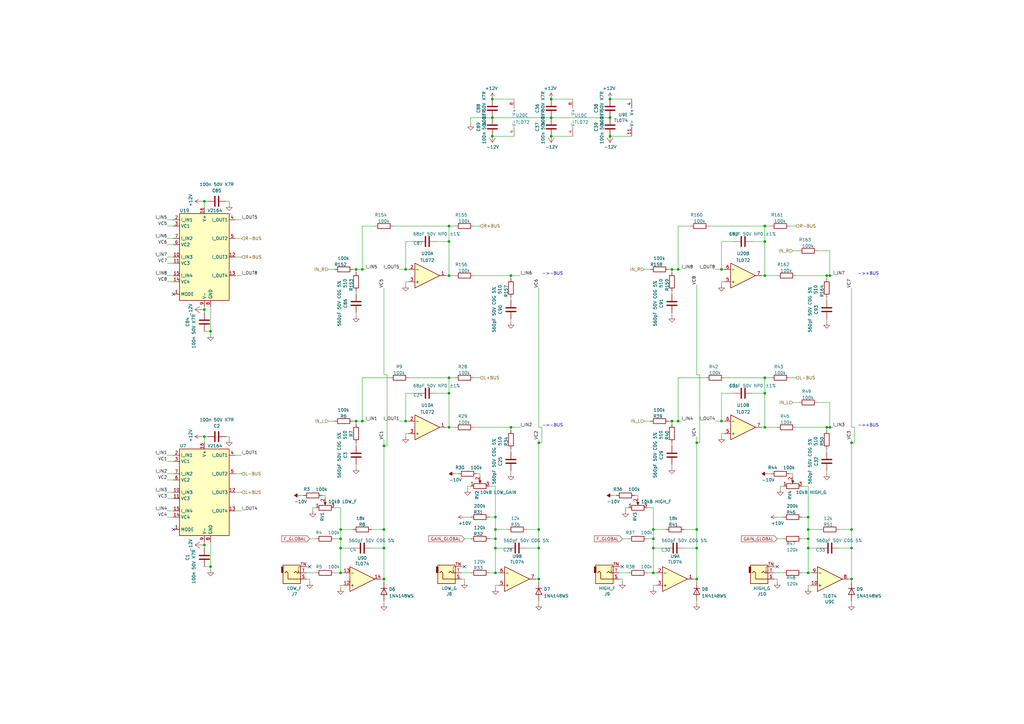
<source format=kicad_sch>
(kicad_sch (version 20230121) (generator eeschema)
  (paper "A3")
  (lib_symbols
    (symbol "Amplifier_Operational:TL072" (pin_names (offset 0.127))
      (property "Reference" "U" (at 0 5.08 0))
      (property "Value" "TL072" (at 0 -5.08 0))
      (symbol "TL072_1_1"
        (pin output line (at 7.62 0 180) (length 2.54) (name "~") (number "1"))
        (pin input line (at -7.62 -2.54 0) (length 2.54) (name "-") (number "2"))
        (pin input line (at -7.62 2.54 0) (length 2.54) (name "+") (number "3"))
      )
      (symbol "TL072_2_1"
        (pin input line (at -7.62 2.54 0) (length 2.54) (name "+") (number "5"))
        (pin input line (at -7.62 -2.54 0) (length 2.54) (name "-") (number "6"))
        (pin output line (at 7.62 0 180) (length 2.54) (name "~") (number "7"))
      )
      (symbol "TL072_3_1"
        (pin power_in line (at -2.54 -7.62 90) (length 3.81) (name "V-") (number "4"))
        (pin power_in line (at -2.54 7.62 270) (length 3.81) (name "V+") (number "8"))
      )
    )
    (symbol "Amplifier_Operational:TL074" (pin_names (offset 0.127))
      (property "Reference" "U" (at 0 5.08 0))
      (property "Value" "TL074" (at 0 -5.08 0))
      (symbol "TL074_1_1"
        (pin output line (at 7.62 0 180) (length 2.54) (name "~") (number "1"))
        (pin input line (at -7.62 -2.54 0) (length 2.54) (name "-") (number "2"))
        (pin input line (at -7.62 2.54 0) (length 2.54) (name "+") (number "3"))
      )
      (symbol "TL074_2_1"
        (pin input line (at -7.62 2.54 0) (length 2.54) (name "+") (number "5"))
        (pin input line (at -7.62 -2.54 0) (length 2.54) (name "-") (number "6"))
        (pin output line (at 7.62 0 180) (length 2.54) (name "~") (number "7"))
      )
      (symbol "TL074_3_1"
        (pin input line (at -7.62 2.54 0) (length 2.54) (name "+") (number "10"))
        (pin output line (at 7.62 0 180) (length 2.54) (name "~") (number "8"))
        (pin input line (at -7.62 -2.54 0) (length 2.54) (name "-") (number "9"))
      )
      (symbol "TL074_4_1"
        (pin input line (at -7.62 2.54 0) (length 2.54) (name "+") (number "12"))
        (pin input line (at -7.62 -2.54 0) (length 2.54) (name "-") (number "13"))
        (pin output line (at 7.62 0 180) (length 2.54) (name "~") (number "14"))
      )
      (symbol "TL074_5_1"
        (pin power_in line (at -2.54 -7.62 90) (length 3.81) (name "V-") (number "11"))
        (pin power_in line (at -2.54 7.62 270) (length 3.81) (name "V+") (number "4"))
      )
    )
    (symbol "Audio:SSI2164"
      (property "Reference" "U" (at -7.62 19.05 0))
      (property "Value" "SSI2164" (at 5.08 19.05 0))
      (symbol "SSI2164_1_1"
        (pin passive line (at -12.7 -15.24 0) (length 2.54) (name "MODE") (number "1"))
        (pin input line (at -12.7 0 0) (length 2.54) (name "I_IN3") (number "10"))
        (pin passive line (at -12.7 -2.54 0) (length 2.54) (name "VC3") (number "11"))
        (pin output line (at 12.7 0 180) (length 2.54) (name "I_OUT3") (number "12"))
        (pin output line (at 12.7 -7.62 180) (length 2.54) (name "I_OUT4") (number "13"))
        (pin passive line (at -12.7 -10.16 0) (length 2.54) (name "VC4") (number "14"))
        (pin input line (at -12.7 -7.62 0) (length 2.54) (name "I_IN4") (number "15"))
        (pin power_in line (at 0 20.32 270) (length 2.54) (name "V+") (number "16"))
        (pin input line (at -12.7 15.24 0) (length 2.54) (name "I_IN1") (number "2"))
        (pin passive line (at -12.7 12.7 0) (length 2.54) (name "VC1") (number "3"))
        (pin output line (at 12.7 15.24 180) (length 2.54) (name "I_OUT1") (number "4"))
        (pin output line (at 12.7 7.62 180) (length 2.54) (name "I_OUT2") (number "5"))
        (pin passive line (at -12.7 5.08 0) (length 2.54) (name "VC2") (number "6"))
        (pin input line (at -12.7 7.62 0) (length 2.54) (name "I_IN2") (number "7"))
        (pin power_in line (at 2.54 -20.32 90) (length 2.54) (name "GND") (number "8"))
        (pin power_in line (at 0 -20.32 90) (length 2.54) (name "V-") (number "9"))
      )
    )
    (symbol "Device:C" (pin_numbers hide) (pin_names (offset 0.254))
      (property "Reference" "C" (at 0.635 2.54 0))
      (property "Value" "C" (at 0.635 -2.54 0))
      (symbol "C_1_1"
        (pin passive line (at 0 3.81 270) (length 2.794) (name "~") (number "1"))
        (pin passive line (at 0 -3.81 90) (length 2.794) (name "~") (number "2"))
      )
    )
    (symbol "Device:R" (pin_numbers hide) (pin_names (offset 0))
      (property "Reference" "R" (at 2.032 0 90))
      (property "Value" "R" (at 0 0 90))
      (symbol "R_1_1"
        (pin passive line (at 0 3.81 270) (length 1.27) (name "~") (number "1"))
        (pin passive line (at 0 -3.81 90) (length 1.27) (name "~") (number "2"))
      )
    )
    (symbol "Device:R_POT" (pin_names (offset 1.016) hide)
      (property "Reference" "RV" (at -4.445 0 90))
      (property "Value" "Device_R_POT" (at -2.54 0 90))
      (symbol "R_POT_1_1"
        (pin passive line (at 0 3.81 270) (length 1.27) (name "1") (number "1"))
        (pin passive line (at 3.81 0 180) (length 1.27) (name "2") (number "2"))
        (pin passive line (at 0 -3.81 90) (length 1.27) (name "3") (number "3"))
      )
    )
    (symbol "Diode:1N4148WS" (pin_numbers hide) (pin_names (offset 1.016) hide)
      (property "Reference" "D" (at 0 2.54 0))
      (property "Value" "1N4148WS" (at 0 -2.54 0))
      (symbol "1N4148WS_1_1"
        (pin passive line (at -3.81 0 0) (length 2.54) (name "K") (number "1"))
        (pin passive line (at 3.81 0 180) (length 2.54) (name "A") (number "2"))
      )
    )
    (symbol "MySynthParts:-12V" (power) (pin_names (offset 0))
      (property "Value" "MySynthParts_-12V" (at 0 3.556 0))
      (symbol "-12V_1_1"
        (pin power_in line (at 0 0 90) (length 0) hide (name "-12V") (number "1"))
      )
    )
    (symbol "ad633muliply-rescue:AudioJack2_Ground_Switch-Connector" (pin_names (offset 1.016))
      (property "Reference" "J" (at 0 8.89 0))
      (property "Value" "AudioJack2_Ground_Switch-Connector" (at 0 6.35 0))
      (symbol "AudioJack2_Ground_Switch-Connector_1_1"
        (pin passive line (at 5.08 2.54 180) (length 2.54) (name "~") (number "S"))
        (pin passive line (at 5.08 0 180) (length 2.54) (name "~") (number "T"))
        (pin passive line (at 5.08 -2.54 180) (length 2.54) (name "~") (number "TN"))
      )
    )
    (symbol "power:+10V" (power) (pin_names (offset 0))
      (property "Value" "+10V" (at 0 3.556 0))
      (symbol "+10V_1_1"
        (pin power_in line (at 0 0 90) (length 0) hide (name "+10V") (number "1"))
      )
    )
    (symbol "power:+12V" (power) (pin_names (offset 0))
      (property "Value" "+12V" (at 0 3.556 0))
      (symbol "+12V_1_1"
        (pin power_in line (at 0 0 90) (length 0) hide (name "+12V") (number "1"))
      )
    )
    (symbol "power:-10V" (power) (pin_names (offset 0))
      (property "Value" "-10V" (at 0 3.81 0))
      (symbol "-10V_0_0"
        (pin power_in line (at 0 0 90) (length 0) hide (name "-10V") (number "1"))
      )
    )
    (symbol "power:GNDA" (power) (pin_names (offset 0))
      (property "Value" "GNDA" (at 0 -3.81 0))
      (symbol "GNDA_1_1"
        (pin power_in line (at 0 0 270) (length 0) hide (name "GNDA") (number "1"))
      )
    )
  )
  (junction (at 148.59 172.72))
  (junction (at 166.37 110.49))
  (junction (at 139.7 234.95))
  (junction (at 86.36 232.41))
  (junction (at 313.69 154.94))
  (junction (at 203.2 224.79))
  (junction (at 295.91 172.72))
  (junction (at 267.97 234.95))
  (junction (at 349.25 237.49))
  (junction (at 285.75 224.79))
  (junction (at 184.15 99.06))
  (junction (at 278.13 172.72))
  (junction (at 139.7 217.17))
  (junction (at 220.98 224.79))
  (junction (at 285.75 181.61))
  (junction (at 295.91 110.49))
  (junction (at 203.2 220.98))
  (junction (at 313.69 175.26))
  (junction (at 340.36 113.03))
  (junction (at 226.06 55.88))
  (junction (at 331.47 212.09))
  (junction (at 349.25 181.61))
  (junction (at 267.97 217.17))
  (junction (at 331.47 220.98))
  (junction (at 139.7 224.79))
  (junction (at 184.15 161.29))
  (junction (at 83.82 82.55))
  (junction (at 157.48 237.49))
  (junction (at 220.98 181.61))
  (junction (at 267.97 224.79))
  (junction (at 148.59 110.49))
  (junction (at 275.59 172.72))
  (junction (at 331.47 234.95))
  (junction (at 285.75 237.49))
  (junction (at 203.2 234.95))
  (junction (at 313.69 99.06))
  (junction (at 313.69 161.29))
  (junction (at 313.69 92.71))
  (junction (at 157.48 182.88))
  (junction (at 184.15 113.03))
  (junction (at 250.19 48.26))
  (junction (at 340.36 175.26))
  (junction (at 166.37 172.72))
  (junction (at 184.15 154.94))
  (junction (at 250.19 55.88))
  (junction (at 267.97 220.98))
  (junction (at 331.47 217.17))
  (junction (at 250.19 40.64))
  (junction (at 226.06 48.26))
  (junction (at 203.2 212.09))
  (junction (at 285.75 217.17))
  (junction (at 349.25 224.79))
  (junction (at 184.15 175.26))
  (junction (at 201.93 40.64))
  (junction (at 86.36 135.89))
  (junction (at 201.93 55.88))
  (junction (at 220.98 217.17))
  (junction (at 275.59 110.49))
  (junction (at 83.82 127))
  (junction (at 339.09 113.03))
  (junction (at 83.82 179.07))
  (junction (at 209.55 175.26))
  (junction (at 349.25 217.17))
  (junction (at 209.55 113.03))
  (junction (at 331.47 224.79))
  (junction (at 83.82 223.52))
  (junction (at 157.48 217.17))
  (junction (at 226.06 40.64))
  (junction (at 220.98 237.49))
  (junction (at 203.2 217.17))
  (junction (at 339.09 175.26))
  (junction (at 184.15 92.71))
  (junction (at 139.7 220.98))
  (junction (at 313.69 113.03))
  (junction (at 146.05 172.72))
  (junction (at 278.13 110.49))
  (junction (at 146.05 110.49))
  (junction (at 201.93 48.26))
  (junction (at 157.48 224.79))
  (no_connect (at 255.27 232.41))
  (no_connect (at 318.77 232.41))
  (no_connect (at 71.12 217.17))
  (no_connect (at 190.5 232.41))
  (no_connect (at 71.12 120.65))
  (no_connect (at 127 232.41))
  (wire (pts (xy 287.02 181.61) (xy 285.75 181.61)))
  (wire (pts (xy 349.25 118.11) (xy 349.25 175.26)))
  (wire (pts (xy 137.16 208.28) (xy 139.7 208.28)))
  (wire (pts (xy 93.98 179.07) (xy 92.71 179.07)))
  (wire (pts (xy 146.05 110.49) (xy 146.05 111.76)))
  (wire (pts (xy 340.36 113.03) (xy 341.63 113.03)))
  (wire (pts (xy 347.98 237.49) (xy 349.25 237.49)))
  (wire (pts (xy 318.77 212.09) (xy 321.31 212.09)))
  (wire (pts (xy 200.66 199.39) (xy 203.2 199.39)))
  (wire (pts (xy 86.36 232.41) (xy 86.36 233.68)))
  (wire (pts (xy 274.32 172.72) (xy 275.59 172.72)))
  (wire (pts (xy 68.58 204.47) (xy 71.12 204.47)))
  (wire (pts (xy 201.93 40.64) (xy 210.82 40.64)))
  (wire (pts (xy 167.64 154.94) (xy 184.15 154.94)))
  (wire (pts (xy 190.5 232.41) (xy 189.23 232.41)))
  (wire (pts (xy 285.75 224.79) (xy 285.75 237.49)))
  (wire (pts (xy 139.7 234.95) (xy 140.97 234.95)))
  (wire (pts (xy 157.48 180.34) (xy 157.48 182.88)))
  (wire (pts (xy 191.77 200.66) (xy 191.77 199.39)))
  (wire (pts (xy 127 232.41) (xy 125.73 232.41)))
  (wire (pts (xy 209.55 184.15) (xy 209.55 185.42)))
  (wire (pts (xy 285.75 237.49) (xy 285.75 238.76)))
  (wire (pts (xy 313.69 92.71) (xy 313.69 99.06)))
  (wire (pts (xy 83.82 222.25) (xy 83.82 223.52)))
  (wire (pts (xy 139.7 224.79) (xy 139.7 234.95)))
  (wire (pts (xy 267.97 217.17) (xy 273.05 217.17)))
  (wire (pts (xy 285.75 153.67) (xy 287.02 153.67)))
  (wire (pts (xy 179.07 161.29) (xy 184.15 161.29)))
  (wire (pts (xy 153.67 92.71) (xy 148.59 92.71)))
  (wire (pts (xy 325.12 165.1) (xy 327.66 165.1)))
  (wire (pts (xy 313.69 113.03) (xy 318.77 113.03)))
  (wire (pts (xy 317.5 237.49) (xy 318.77 237.49)))
  (wire (pts (xy 328.93 220.98) (xy 331.47 220.98)))
  (wire (pts (xy 255.27 232.41) (xy 254 232.41)))
  (wire (pts (xy 267.97 234.95) (xy 269.24 234.95)))
  (wire (pts (xy 331.47 217.17) (xy 336.55 217.17)))
  (wire (pts (xy 196.85 194.31) (xy 196.85 195.58)))
  (wire (pts (xy 157.48 246.38) (xy 157.48 247.65)))
  (wire (pts (xy 297.18 110.49) (xy 295.91 110.49)))
  (wire (pts (xy 325.12 194.31) (xy 325.12 195.58)))
  (wire (pts (xy 200.66 212.09) (xy 203.2 212.09)))
  (wire (pts (xy 331.47 212.09) (xy 331.47 217.17)))
  (wire (pts (xy 209.55 175.26) (xy 213.36 175.26)))
  (wire (pts (xy 194.31 92.71) (xy 196.85 92.71)))
  (wire (pts (xy 152.4 217.17) (xy 157.48 217.17)))
  (wire (pts (xy 137.16 234.95) (xy 139.7 234.95)))
  (wire (pts (xy 123.19 203.2) (xy 124.46 203.2)))
  (wire (pts (xy 297.18 172.72) (xy 295.91 172.72)))
  (wire (pts (xy 313.69 154.94) (xy 316.23 154.94)))
  (wire (pts (xy 68.58 115.57) (xy 71.12 115.57)))
  (wire (pts (xy 139.7 208.28) (xy 139.7 217.17)))
  (wire (pts (xy 193.04 48.26) (xy 201.93 48.26)))
  (wire (pts (xy 261.62 203.2) (xy 261.62 204.47)))
  (wire (pts (xy 275.59 110.49) (xy 278.13 110.49)))
  (wire (pts (xy 331.47 217.17) (xy 331.47 220.98)))
  (wire (pts (xy 349.25 224.79) (xy 344.17 224.79)))
  (wire (pts (xy 83.82 82.55) (xy 82.55 82.55)))
  (wire (pts (xy 259.08 55.88) (xy 250.19 55.88)))
  (wire (pts (xy 137.16 220.98) (xy 139.7 220.98)))
  (wire (pts (xy 203.2 212.09) (xy 203.2 217.17)))
  (wire (pts (xy 349.25 175.26) (xy 350.52 175.26)))
  (wire (pts (xy 68.58 105.41) (xy 71.12 105.41)))
  (wire (pts (xy 83.82 223.52) (xy 82.55 223.52)))
  (wire (pts (xy 209.55 113.03) (xy 209.55 114.3)))
  (wire (pts (xy 344.17 217.17) (xy 349.25 217.17)))
  (wire (pts (xy 83.82 179.07) (xy 82.55 179.07)))
  (wire (pts (xy 285.75 224.79) (xy 280.67 224.79)))
  (wire (pts (xy 68.58 92.71) (xy 71.12 92.71)))
  (wire (pts (xy 184.15 175.26) (xy 186.69 175.26)))
  (wire (pts (xy 283.21 92.71) (xy 278.13 92.71)))
  (wire (pts (xy 194.31 154.94) (xy 196.85 154.94)))
  (wire (pts (xy 83.82 127) (xy 83.82 128.27)))
  (wire (pts (xy 146.05 172.72) (xy 148.59 172.72)))
  (wire (pts (xy 210.82 55.88) (xy 201.93 55.88)))
  (wire (pts (xy 297.18 177.8) (xy 295.91 177.8)))
  (wire (pts (xy 134.62 172.72) (xy 137.16 172.72)))
  (wire (pts (xy 189.23 234.95) (xy 193.04 234.95)))
  (wire (pts (xy 265.43 208.28) (xy 267.97 208.28)))
  (wire (pts (xy 166.37 161.29) (xy 171.45 161.29)))
  (wire (pts (xy 204.47 240.03) (xy 203.2 240.03)))
  (wire (pts (xy 278.13 110.49) (xy 279.4 110.49)))
  (wire (pts (xy 68.58 209.55) (xy 71.12 209.55)))
  (wire (pts (xy 158.75 182.88) (xy 158.75 153.67)))
  (wire (pts (xy 156.21 237.49) (xy 157.48 237.49)))
  (wire (pts (xy 295.91 99.06) (xy 300.99 99.06)))
  (wire (pts (xy 157.48 237.49) (xy 157.48 238.76)))
  (wire (pts (xy 256.54 209.55) (xy 256.54 208.28)))
  (wire (pts (xy 167.64 172.72) (xy 166.37 172.72)))
  (wire (pts (xy 148.59 92.71) (xy 148.59 110.49)))
  (wire (pts (xy 267.97 208.28) (xy 267.97 217.17)))
  (wire (pts (xy 85.09 82.55) (xy 83.82 82.55)))
  (wire (pts (xy 255.27 238.76) (xy 255.27 237.49)))
  (wire (pts (xy 254 234.95) (xy 257.81 234.95)))
  (wire (pts (xy 234.95 55.88) (xy 226.06 55.88)))
  (wire (pts (xy 313.69 92.71) (xy 316.23 92.71)))
  (wire (pts (xy 139.7 240.03) (xy 139.7 241.3)))
  (wire (pts (xy 278.13 172.72) (xy 279.4 172.72)))
  (wire (pts (xy 166.37 99.06) (xy 171.45 99.06)))
  (wire (pts (xy 320.04 200.66) (xy 320.04 199.39)))
  (wire (pts (xy 293.37 110.49) (xy 295.91 110.49)))
  (wire (pts (xy 323.85 154.94) (xy 326.39 154.94)))
  (wire (pts (xy 275.59 172.72) (xy 278.13 172.72)))
  (wire (pts (xy 275.59 172.72) (xy 275.59 173.99)))
  (wire (pts (xy 96.52 113.03) (xy 99.06 113.03)))
  (wire (pts (xy 220.98 246.38) (xy 220.98 247.65)))
  (wire (pts (xy 297.18 115.57) (xy 295.91 115.57)))
  (wire (pts (xy 209.55 175.26) (xy 209.55 176.53)))
  (wire (pts (xy 68.58 186.69) (xy 71.12 186.69)))
  (wire (pts (xy 295.91 172.72) (xy 295.91 161.29)))
  (wire (pts (xy 349.25 224.79) (xy 349.25 237.49)))
  (wire (pts (xy 275.59 119.38) (xy 275.59 120.65)))
  (wire (pts (xy 340.36 175.26) (xy 341.63 175.26)))
  (wire (pts (xy 339.09 121.92) (xy 339.09 123.19)))
  (wire (pts (xy 83.82 223.52) (xy 83.82 224.79)))
  (wire (pts (xy 220.98 237.49) (xy 220.98 238.76)))
  (wire (pts (xy 275.59 181.61) (xy 275.59 182.88)))
  (wire (pts (xy 208.28 224.79) (xy 203.2 224.79)))
  (wire (pts (xy 209.55 193.04) (xy 209.55 194.31)))
  (wire (pts (xy 269.24 240.03) (xy 267.97 240.03)))
  (wire (pts (xy 86.36 135.89) (xy 83.82 135.89)))
  (wire (pts (xy 167.64 110.49) (xy 166.37 110.49)))
  (wire (pts (xy 349.25 181.61) (xy 349.25 217.17)))
  (wire (pts (xy 265.43 220.98) (xy 267.97 220.98)))
  (wire (pts (xy 127 220.98) (xy 129.54 220.98)))
  (wire (pts (xy 273.05 224.79) (xy 267.97 224.79)))
  (wire (pts (xy 96.52 194.31) (xy 99.06 194.31)))
  (wire (pts (xy 166.37 177.8) (xy 166.37 179.07)))
  (wire (pts (xy 349.25 217.17) (xy 349.25 224.79)))
  (wire (pts (xy 128.27 209.55) (xy 128.27 208.28)))
  (wire (pts (xy 68.58 90.17) (xy 71.12 90.17)))
  (wire (pts (xy 68.58 189.23) (xy 71.12 189.23)))
  (wire (pts (xy 68.58 201.93) (xy 71.12 201.93)))
  (wire (pts (xy 267.97 220.98) (xy 267.97 224.79)))
  (wire (pts (xy 193.04 50.8) (xy 193.04 48.26)))
  (wire (pts (xy 313.69 99.06) (xy 313.69 113.03)))
  (wire (pts (xy 132.08 203.2) (xy 133.35 203.2)))
  (wire (pts (xy 93.98 83.82) (xy 93.98 82.55)))
  (wire (pts (xy 158.75 153.67) (xy 157.48 153.67)))
  (wire (pts (xy 350.52 181.61) (xy 349.25 181.61)))
  (wire (pts (xy 203.2 240.03) (xy 203.2 241.3)))
  (wire (pts (xy 331.47 199.39) (xy 331.47 212.09)))
  (wire (pts (xy 339.09 193.04) (xy 339.09 194.31)))
  (wire (pts (xy 313.69 113.03) (xy 312.42 113.03)))
  (wire (pts (xy 332.74 240.03) (xy 331.47 240.03)))
  (wire (pts (xy 287.02 153.67) (xy 287.02 181.61)))
  (wire (pts (xy 191.77 199.39) (xy 193.04 199.39)))
  (wire (pts (xy 308.61 161.29) (xy 313.69 161.29)))
  (wire (pts (xy 146.05 190.5) (xy 146.05 191.77)))
  (wire (pts (xy 285.75 179.07) (xy 285.75 181.61)))
  (wire (pts (xy 274.32 110.49) (xy 275.59 110.49)))
  (wire (pts (xy 146.05 119.38) (xy 146.05 120.65)))
  (wire (pts (xy 134.62 110.49) (xy 137.16 110.49)))
  (wire (pts (xy 280.67 217.17) (xy 285.75 217.17)))
  (wire (pts (xy 339.09 113.03) (xy 339.09 114.3)))
  (wire (pts (xy 209.55 130.81) (xy 209.55 132.08)))
  (wire (pts (xy 68.58 212.09) (xy 71.12 212.09)))
  (wire (pts (xy 157.48 182.88) (xy 157.48 217.17)))
  (wire (pts (xy 148.59 110.49) (xy 149.86 110.49)))
  (wire (pts (xy 200.66 234.95) (xy 203.2 234.95)))
  (wire (pts (xy 256.54 208.28) (xy 257.81 208.28)))
  (wire (pts (xy 251.46 203.2) (xy 252.73 203.2)))
  (wire (pts (xy 83.82 82.55) (xy 83.82 85.09)))
  (wire (pts (xy 68.58 196.85) (xy 71.12 196.85)))
  (wire (pts (xy 226.06 40.64) (xy 234.95 40.64)))
  (wire (pts (xy 68.58 113.03) (xy 71.12 113.03)))
  (wire (pts (xy 157.48 224.79) (xy 157.48 237.49)))
  (wire (pts (xy 285.75 217.17) (xy 285.75 224.79)))
  (wire (pts (xy 295.91 115.57) (xy 295.91 116.84)))
  (wire (pts (xy 267.97 224.79) (xy 267.97 234.95)))
  (wire (pts (xy 148.59 172.72) (xy 149.86 172.72)))
  (wire (pts (xy 328.93 199.39) (xy 331.47 199.39)))
  (wire (pts (xy 85.09 179.07) (xy 83.82 179.07)))
  (wire (pts (xy 96.52 105.41) (xy 99.06 105.41)))
  (wire (pts (xy 331.47 224.79) (xy 331.47 234.95)))
  (wire (pts (xy 96.52 201.93) (xy 99.06 201.93)))
  (wire (pts (xy 308.61 99.06) (xy 313.69 99.06)))
  (wire (pts (xy 209.55 113.03) (xy 213.36 113.03)))
  (wire (pts (xy 328.93 212.09) (xy 331.47 212.09)))
  (wire (pts (xy 260.35 203.2) (xy 261.62 203.2)))
  (wire (pts (xy 255.27 220.98) (xy 257.81 220.98)))
  (wire (pts (xy 339.09 130.81) (xy 339.09 132.08)))
  (wire (pts (xy 278.13 154.94) (xy 278.13 172.72)))
  (wire (pts (xy 325.12 102.87) (xy 327.66 102.87)))
  (wire (pts (xy 320.04 199.39) (xy 321.31 199.39)))
  (wire (pts (xy 293.37 172.72) (xy 295.91 172.72)))
  (wire (pts (xy 278.13 92.71) (xy 278.13 110.49)))
  (wire (pts (xy 284.48 237.49) (xy 285.75 237.49)))
  (wire (pts (xy 163.83 172.72) (xy 166.37 172.72)))
  (wire (pts (xy 184.15 113.03) (xy 186.69 113.03)))
  (wire (pts (xy 220.98 217.17) (xy 220.98 224.79)))
  (wire (pts (xy 203.2 220.98) (xy 203.2 224.79)))
  (wire (pts (xy 139.7 217.17) (xy 144.78 217.17)))
  (wire (pts (xy 184.15 154.94) (xy 186.69 154.94)))
  (wire (pts (xy 86.36 135.89) (xy 86.36 137.16)))
  (wire (pts (xy 203.2 234.95) (xy 204.47 234.95)))
  (wire (pts (xy 285.75 181.61) (xy 285.75 217.17)))
  (wire (pts (xy 275.59 110.49) (xy 275.59 111.76)))
  (wire (pts (xy 93.98 180.34) (xy 93.98 179.07)))
  (wire (pts (xy 285.75 116.84) (xy 285.75 153.67)))
  (wire (pts (xy 167.64 177.8) (xy 166.37 177.8)))
  (wire (pts (xy 83.82 127) (xy 82.55 127)))
  (wire (pts (xy 96.52 186.69) (xy 99.06 186.69)))
  (wire (pts (xy 93.98 82.55) (xy 92.71 82.55)))
  (wire (pts (xy 250.19 40.64) (xy 259.08 40.64)))
  (wire (pts (xy 290.83 92.71) (xy 313.69 92.71)))
  (wire (pts (xy 275.59 190.5) (xy 275.59 191.77)))
  (wire (pts (xy 313.69 175.26) (xy 312.42 175.26)))
  (wire (pts (xy 167.64 115.57) (xy 166.37 115.57)))
  (wire (pts (xy 148.59 154.94) (xy 148.59 172.72)))
  (wire (pts (xy 86.36 125.73) (xy 86.36 135.89)))
  (wire (pts (xy 326.39 175.26) (xy 339.09 175.26)))
  (wire (pts (xy 96.52 97.79) (xy 99.06 97.79)))
  (wire (pts (xy 295.91 110.49) (xy 295.91 99.06)))
  (wire (pts (xy 340.36 165.1) (xy 340.36 175.26)))
  (wire (pts (xy 146.05 110.49) (xy 148.59 110.49)))
  (wire (pts (xy 125.73 234.95) (xy 129.54 234.95)))
  (wire (pts (xy 323.85 194.31) (xy 325.12 194.31)))
  (wire (pts (xy 203.2 199.39) (xy 203.2 212.09)))
  (wire (pts (xy 125.73 237.49) (xy 127 237.49)))
  (wire (pts (xy 190.5 238.76) (xy 190.5 237.49)))
  (wire (pts (xy 335.28 102.87) (xy 340.36 102.87)))
  (wire (pts (xy 157.48 118.11) (xy 157.48 153.67)))
  (wire (pts (xy 289.56 154.94) (xy 278.13 154.94)))
  (wire (pts (xy 226.06 48.26) (xy 250.19 48.26)))
  (wire (pts (xy 128.27 208.28) (xy 129.54 208.28)))
  (wire (pts (xy 166.37 172.72) (xy 166.37 161.29)))
  (wire (pts (xy 194.31 175.26) (xy 209.55 175.26)))
  (wire (pts (xy 349.25 237.49) (xy 349.25 238.76)))
  (wire (pts (xy 96.52 90.17) (xy 99.06 90.17)))
  (wire (pts (xy 220.98 224.79) (xy 215.9 224.79)))
  (wire (pts (xy 349.25 246.38) (xy 349.25 247.65)))
  (wire (pts (xy 265.43 234.95) (xy 267.97 234.95)))
  (wire (pts (xy 285.75 246.38) (xy 285.75 247.65)))
  (wire (pts (xy 68.58 194.31) (xy 71.12 194.31)))
  (wire (pts (xy 144.78 172.72) (xy 146.05 172.72)))
  (wire (pts (xy 184.15 161.29) (xy 184.15 175.26)))
  (wire (pts (xy 264.16 110.49) (xy 266.7 110.49)))
  (wire (pts (xy 220.98 118.11) (xy 220.98 175.26)))
  (wire (pts (xy 339.09 184.15) (xy 339.09 185.42)))
  (wire (pts (xy 219.71 237.49) (xy 220.98 237.49)))
  (wire (pts (xy 222.25 175.26) (xy 222.25 181.61)))
  (wire (pts (xy 313.69 175.26) (xy 318.77 175.26)))
  (wire (pts (xy 349.25 180.34) (xy 349.25 181.61)))
  (wire (pts (xy 340.36 102.87) (xy 340.36 113.03)))
  (wire (pts (xy 264.16 172.72) (xy 266.7 172.72)))
  (wire (pts (xy 313.69 154.94) (xy 313.69 161.29)))
  (wire (pts (xy 146.05 128.27) (xy 146.05 129.54)))
  (wire (pts (xy 163.83 110.49) (xy 166.37 110.49)))
  (wire (pts (xy 220.98 175.26) (xy 222.25 175.26)))
  (wire (pts (xy 323.85 92.71) (xy 326.39 92.71)))
  (wire (pts (xy 83.82 179.07) (xy 83.82 181.61)))
  (wire (pts (xy 209.55 121.92) (xy 209.55 123.19)))
  (wire (pts (xy 336.55 224.79) (xy 331.47 224.79)))
  (wire (pts (xy 184.15 175.26) (xy 182.88 175.26)))
  (wire (pts (xy 267.97 240.03) (xy 267.97 241.3)))
  (wire (pts (xy 184.15 113.03) (xy 182.88 113.03)))
  (wire (pts (xy 146.05 181.61) (xy 146.05 182.88)))
  (wire (pts (xy 83.82 125.73) (xy 83.82 127)))
  (wire (pts (xy 254 237.49) (xy 255.27 237.49)))
  (wire (pts (xy 350.52 175.26) (xy 350.52 181.61)))
  (wire (pts (xy 68.58 107.95) (xy 71.12 107.95)))
  (wire (pts (xy 203.2 217.17) (xy 203.2 220.98)))
  (wire (pts (xy 335.28 165.1) (xy 340.36 165.1)))
  (wire (pts (xy 157.48 217.17) (xy 157.48 224.79)))
  (wire (pts (xy 189.23 237.49) (xy 190.5 237.49)))
  (wire (pts (xy 166.37 110.49) (xy 166.37 99.06)))
  (wire (pts (xy 339.09 113.03) (xy 340.36 113.03)))
  (wire (pts (xy 220.98 180.34) (xy 220.98 181.61)))
  (wire (pts (xy 194.31 113.03) (xy 209.55 113.03)))
  (wire (pts (xy 318.77 232.41) (xy 317.5 232.41)))
  (wire (pts (xy 127 238.76) (xy 127 237.49)))
  (wire (pts (xy 133.35 203.2) (xy 133.35 204.47)))
  (wire (pts (xy 190.5 212.09) (xy 193.04 212.09)))
  (wire (pts (xy 220.98 181.61) (xy 222.25 181.61)))
  (wire (pts (xy 331.47 234.95) (xy 332.74 234.95)))
  (wire (pts (xy 318.77 238.76) (xy 318.77 237.49)))
  (wire (pts (xy 184.15 154.94) (xy 184.15 161.29)))
  (wire (pts (xy 179.07 99.06) (xy 184.15 99.06)))
  (wire (pts (xy 158.75 182.88) (xy 157.48 182.88)))
  (wire (pts (xy 220.98 224.79) (xy 220.98 237.49)))
  (wire (pts (xy 339.09 175.26) (xy 339.09 176.53)))
  (wire (pts (xy 157.48 224.79) (xy 152.4 224.79)))
  (wire (pts (xy 140.97 240.03) (xy 139.7 240.03)))
  (wire (pts (xy 166.37 115.57) (xy 166.37 116.84)))
  (wire (pts (xy 215.9 217.17) (xy 220.98 217.17)))
  (wire (pts (xy 144.78 224.79) (xy 139.7 224.79)))
  (wire (pts (xy 339.09 175.26) (xy 340.36 175.26)))
  (wire (pts (xy 184.15 92.71) (xy 184.15 99.06)))
  (wire (pts (xy 144.78 110.49) (xy 146.05 110.49)))
  (wire (pts (xy 139.7 220.98) (xy 139.7 224.79)))
  (wire (pts (xy 148.59 154.94) (xy 160.02 154.94)))
  (wire (pts (xy 184.15 99.06) (xy 184.15 113.03)))
  (wire (pts (xy 314.96 194.31) (xy 316.23 194.31)))
  (wire (pts (xy 331.47 240.03) (xy 331.47 241.3)))
  (wire (pts (xy 317.5 234.95) (xy 321.31 234.95)))
  (wire (pts (xy 267.97 217.17) (xy 267.97 220.98)))
  (wire (pts (xy 86.36 232.41) (xy 83.82 232.41)))
  (wire (pts (xy 297.18 154.94) (xy 313.69 154.94)))
  (wire (pts (xy 146.05 172.72) (xy 146.05 173.99)))
  (wire (pts (xy 295.91 161.29) (xy 300.99 161.29)))
  (wire (pts (xy 328.93 234.95) (xy 331.47 234.95)))
  (wire (pts (xy 161.29 92.71) (xy 184.15 92.71)))
  (wire (pts (xy 86.36 222.25) (xy 86.36 232.41)))
  (wire (pts (xy 220.98 181.61) (xy 220.98 217.17)))
  (wire (pts (xy 331.47 220.98) (xy 331.47 224.79)))
  (wire (pts (xy 68.58 100.33) (xy 71.12 100.33)))
  (wire (pts (xy 200.66 220.98) (xy 203.2 220.98)))
  (wire (pts (xy 186.69 194.31) (xy 187.96 194.31)))
  (wire (pts (xy 68.58 97.79) (xy 71.12 97.79)))
  (wire (pts (xy 139.7 217.17) (xy 139.7 220.98)))
  (wire (pts (xy 203.2 217.17) (xy 208.28 217.17)))
  (wire (pts (xy 190.5 220.98) (xy 193.04 220.98)))
  (wire (pts (xy 295.91 177.8) (xy 295.91 179.07)))
  (wire (pts (xy 318.77 220.98) (xy 321.31 220.98)))
  (wire (pts (xy 184.15 92.71) (xy 186.69 92.71)))
  (wire (pts (xy 201.93 48.26) (xy 226.06 48.26)))
  (wire (pts (xy 195.58 194.31) (xy 196.85 194.31)))
  (wire (pts (xy 326.39 113.03) (xy 339.09 113.03)))
  (wire (pts (xy 275.59 128.27) (xy 275.59 129.54)))
  (wire (pts (xy 203.2 224.79) (xy 203.2 234.95)))
  (wire (pts (xy 313.69 161.29) (xy 313.69 175.26)))
  (wire (pts (xy 96.52 209.55) (xy 99.06 209.55)))
  (text "->-BUS" (at 222.25 175.26 0) (effects (font (size 1.27 1.27)) (justify left bottom)))
  (text "->-BUS" (at 222.25 113.03 0) (effects (font (size 1.27 1.27)) (justify left bottom)))
  (text "->+BUS" (at 351.79 113.03 0) (effects (font (size 1.27 1.27)) (justify left bottom)))
  (text "->+BUS" (at 351.79 175.26 0) (effects (font (size 1.27 1.27)) (justify left bottom)))
  (label "VC1" (at 68.58 189.23 180))
  (label "I_IN4" (at 68.58 209.55 180))
  (label "VC6" (at 220.98 118.11 90))
  (label "VC3" (at 68.58 204.47 180))
  (label "VC2" (at 68.58 196.85 180))
  (label "I_OUT4" (at 99.06 209.55 0))
  (label "I_OUT8" (at 293.37 110.49 180))
  (label "I_OUT1" (at 99.06 186.69 0))
  (label "I_IN5" (at 68.58 90.17 180))
  (label "VC7" (at 349.25 118.11 90))
  (label "VC6" (at 68.58 100.33 180))
  (label "VC5" (at 68.58 92.71 180))
  (label "VC4" (at 285.75 179.07 90))
  (label "I_IN1" (at 68.58 186.69 180))
  (label "VC7" (at 68.58 107.95 180))
  (label "I_IN3" (at 341.63 175.26 0))
  (label "I_IN7" (at 341.63 113.03 0))
  (label "I_OUT1" (at 163.83 172.72 180))
  (label "VC4" (at 68.58 212.09 180))
  (label "I_IN2" (at 68.58 194.31 180))
  (label "VC5" (at 157.48 118.11 90))
  (label "VC3" (at 349.25 180.34 90))
  (label "I_IN6" (at 213.36 113.03 0))
  (label "I_IN6" (at 68.58 97.79 180))
  (label "I_IN8" (at 68.58 113.03 180))
  (label "I_IN2" (at 213.36 175.26 0))
  (label "VC8" (at 68.58 115.57 180))
  (label "I_OUT5" (at 99.06 90.17 0))
  (label "I_IN5" (at 149.86 110.49 0))
  (label "VC2" (at 220.98 180.34 90))
  (label "I_IN8" (at 279.4 110.49 0))
  (label "VC8" (at 285.75 116.84 90))
  (label "I_IN4" (at 279.4 172.72 0))
  (label "I_OUT8" (at 99.06 113.03 0))
  (label "I_IN1" (at 149.86 172.72 0))
  (label "VC1" (at 157.48 180.34 90))
  (label "I_OUT4" (at 293.37 172.72 180))
  (label "I_OUT5" (at 163.83 110.49 180))
  (label "I_IN7" (at 68.58 105.41 180))
  (label "I_IN3" (at 68.58 201.93 180))
  (global_label "F_GLOBAL" (shape input) (at 255.27 220.98 180) (property "Intersheetrefs" "${INTERSHEET_REFS}" (effects hide)))
  (global_label "GAIN_GLOBAL" (shape input) (at 318.77 220.98 180) (property "Intersheetrefs" "${INTERSHEET_REFS}" (effects hide)))
  (global_label "GAIN_GLOBAL" (shape input) (at 190.5 220.98 180) (property "Intersheetrefs" "${INTERSHEET_REFS}" (effects hide)))
  (global_label "F_GLOBAL" (shape input) (at 127 220.98 180) (property "Intersheetrefs" "${INTERSHEET_REFS}" (effects hide)))
  (hierarchical_label "IN_L" (shape input) (at 325.12 165.1 180))
  (hierarchical_label "L+BUS" (shape input) (at 99.06 201.93 0))
  (hierarchical_label "IN_R" (shape input) (at 264.16 110.49 180))
  (hierarchical_label "IN_R" (shape input) (at 325.12 102.87 180))
  (hierarchical_label "IN_L" (shape input) (at 134.62 172.72 180))
  (hierarchical_label "L-BUS" (shape input) (at 326.39 154.94 0))
  (hierarchical_label "R-BUS" (shape input) (at 99.06 97.79 0))
  (hierarchical_label "L-BUS" (shape input) (at 99.06 194.31 0))
  (hierarchical_label "R-BUS" (shape input) (at 326.39 92.71 0))
  (hierarchical_label "IN_L" (shape input) (at 264.16 172.72 180))
  (hierarchical_label "R+BUS" (shape input) (at 99.06 105.41 0))
  (hierarchical_label "L+BUS" (shape input) (at 196.85 154.94 0))
  (hierarchical_label "IN_R" (shape input) (at 134.62 110.49 180))
  (hierarchical_label "R+BUS" (shape input) (at 196.85 92.71 0))
  (symbol (lib_id "power:-10V") (at 251.46 203.2 90) (unit 1)
    (property "Reference" "#PWR0152" (effects hide))
    (property "Value" "-10V" (at 248.92 205.74 90) (effects (justify right)))
  )
  (symbol (lib_id "Device:R") (at 261.62 220.98 90) (unit 1)
    (property "Reference" "R37" (at 260.4516 219.202 90) (effects (justify left top)))
    (property "Value" "100k" (at 262.763 219.202 90) (effects (justify right top)))
    (property "Footprint" "Resistor_SMD:R_0402_1005Metric" (effects hide))
    (property "Datasheet" "https://datasheet.lcsc.com/lcsc/1811141827_Viking-Tech-AR02DTD1003_C319963.pdf" (effects hide))
    (property "LCSC" "C319963" (effects hide))
  )
  (symbol (lib_id "Amplifier_Operational:TL072") (at 175.26 113.03 0) (mirror x) (unit 1)
    (property "Reference" "U20" (at 175.26 103.9835 0))
    (property "Value" "TL072" (at 175.26 106.7586 0))
    (property "Footprint" "Package_SO:SOIC-8_3.9x4.9mm_P1.27mm" (effects hide))
    (property "Datasheet" "http://www.ti.com/lit/ds/symlink/tl071.pdf" (effects hide))
  )
  (symbol (lib_id "Amplifier_Operational:TL072") (at 213.36 48.26 0) (unit 3)
    (property "Reference" "U20" (at 211.455 47.3515 0) (effects (justify left)))
    (property "Value" "TL072" (at 211.455 50.1266 0) (effects (justify left)))
    (property "Footprint" "Package_SO:SOIC-8_3.9x4.9mm_P1.27mm" (effects hide))
    (property "Datasheet" "http://www.ti.com/lit/ds/symlink/tl071.pdf" (effects hide))
  )
  (symbol (lib_id "Device:R") (at 287.02 92.71 90) (unit 1)
    (property "Reference" "R160" (at 288.29 88.9 90) (effects (justify left top)))
    (property "Value" "100k" (at 284.48 91.44 90) (effects (justify right top)))
    (property "Footprint" "Resistor_SMD:R_0402_1005Metric" (effects hide))
    (property "Datasheet" "https://datasheet.lcsc.com/lcsc/1811141827_Viking-Tech-AR02DTD1003_C319963.pdf" (effects hide))
    (property "LCSC" "C319963" (effects hide))
  )
  (symbol (lib_id "Device:C") (at 339.09 189.23 0) (unit 1)
    (property "Reference" "C32" (at 334.01 189.23 90) (effects (justify top)))
    (property "Value" "560pF 50V C0G 5%" (at 331.47 189.23 90) (effects (justify top)))
    (property "Footprint" "Capacitor_SMD:C_0603_1608Metric" (effects hide))
    (property "Datasheet" "https://datasheet.lcsc.com/lcsc/1810311111_Murata-Electronics-GRM1885C1H561JA01D_C97881.pdf" (effects hide))
    (property "LCSC" "C97881" (effects hide))
  )
  (symbol (lib_id "power:+12V") (at 82.55 179.07 90) (unit 1)
    (property "Reference" "#PWR0103" (effects hide))
    (property "Value" "+12V" (at 78.1558 178.689 0))
  )
  (symbol (lib_id "Device:C") (at 209.55 189.23 0) (unit 1)
    (property "Reference" "C25" (at 204.47 189.23 90) (effects (justify top)))
    (property "Value" "560pF 50V C0G 5%" (at 201.93 189.23 90) (effects (justify top)))
    (property "Footprint" "Capacitor_SMD:C_0603_1608Metric" (effects hide))
    (property "Datasheet" "https://datasheet.lcsc.com/lcsc/1810311111_Murata-Electronics-GRM1885C1H561JA01D_C97881.pdf" (effects hide))
    (property "LCSC" "C97881" (effects hide))
  )
  (symbol (lib_id "power:GNDA") (at 331.47 241.3 0) (mirror y) (unit 1)
    (property "Reference" "#PWR0166" (effects hide))
    (property "Value" "GNDA" (effects hide))
  )
  (symbol (lib_id "Device:R") (at 190.5 175.26 90) (unit 1)
    (property "Reference" "R29" (at 191.77 171.45 90) (effects (justify left top)))
    (property "Value" "100k" (at 187.96 173.99 90) (effects (justify right top)))
    (property "Footprint" "Resistor_SMD:R_0402_1005Metric" (effects hide))
    (property "Datasheet" "https://datasheet.lcsc.com/lcsc/1811141827_Viking-Tech-AR02DTD1003_C319963.pdf" (effects hide))
    (property "LCSC" "C319963" (effects hide))
  )
  (symbol (lib_id "power:GNDA") (at 285.75 247.65 0) (mirror y) (unit 1)
    (property "Reference" "#PWR0156" (effects hide))
    (property "Value" "GNDA" (effects hide))
  )
  (symbol (lib_id "Device:C") (at 304.8 161.29 270) (unit 1)
    (property "Reference" "C31" (at 300.99 157.48 90) (effects (justify top)))
    (property "Value" "68pF 50V NP0 ±1%" (at 308.61 157.48 90) (effects (justify top)))
    (property "Footprint" "Capacitor_SMD:C_0402_1005Metric" (effects hide))
    (property "Datasheet" "https://datasheet.lcsc.com/lcsc/2211161830_YAGEO-CQ0402FRNPO9BN680_C5182453.pdf" (effects hide))
    (property "LCSC" "C5182453" (effects hide))
  )
  (symbol (lib_id "Device:R") (at 270.51 110.49 90) (unit 1)
    (property "Reference" "R158" (at 271.78 109.22 90) (effects (justify left top)))
    (property "Value" "100k" (at 267.97 106.68 90) (effects (justify right top)))
    (property "Footprint" "Resistor_SMD:R_0402_1005Metric" (effects hide))
    (property "Datasheet" "https://datasheet.lcsc.com/lcsc/1811141827_Viking-Tech-AR02DTD1003_C319963.pdf" (effects hide))
    (property "LCSC" "C319963" (effects hide))
  )
  (symbol (lib_id "Device:C") (at 175.26 161.29 270) (unit 1)
    (property "Reference" "C24" (at 171.45 161.29 90) (effects (justify top)))
    (property "Value" "68pF 50V NP0 ±1%" (at 179.07 157.48 90) (effects (justify top)))
    (property "Footprint" "Capacitor_SMD:C_0402_1005Metric" (effects hide))
    (property "Datasheet" "https://datasheet.lcsc.com/lcsc/2211161830_YAGEO-CQ0402FRNPO9BN680_C5182453.pdf" (effects hide))
    (property "LCSC" "C5182453" (effects hide))
  )
  (symbol (lib_id "Device:C") (at 276.86 224.79 270) (unit 1)
    (property "Reference" "C30" (at 273.05 224.79 90) (effects (justify top)))
    (property "Value" "560pF 50V C0G 5%" (at 280.67 220.98 90) (effects (justify top)))
    (property "Footprint" "Capacitor_SMD:C_0603_1608Metric" (effects hide))
    (property "Datasheet" "https://datasheet.lcsc.com/lcsc/1810311111_Murata-Electronics-GRM1885C1H561JA01D_C97881.pdf" (effects hide))
    (property "LCSC" "C97881" (effects hide))
  )
  (symbol (lib_id "power:GNDA") (at 146.05 129.54 0) (mirror y) (unit 1)
    (property "Reference" "#PWR0283" (effects hide))
    (property "Value" "GNDA" (effects hide))
  )
  (symbol (lib_id "power:GNDA") (at 191.77 200.66 0) (mirror y) (unit 1)
    (property "Reference" "#PWR0153" (effects hide))
    (property "Value" "GNDA" (effects hide))
  )
  (symbol (lib_id "Device:C") (at 250.19 44.45 0) (mirror x) (unit 1)
    (property "Reference" "C38" (at 243.7892 44.45 90) (effects (justify top)))
    (property "Value" "100n 50V X7R" (at 246.1006 44.45 90) (effects (justify top)))
    (property "Footprint" "Capacitor_SMD:C_0402_1005Metric" (effects hide))
    (property "Datasheet" "https://datasheet.lcsc.com/lcsc/1810191222_Samsung-Electro-Mechanics-CL05B104KB54PNC_C307331.pdf" (effects hide))
    (property "LCSC" "C307331" (effects hide))
  )
  (symbol (lib_id "Device:R") (at 256.54 203.2 90) (unit 1)
    (property "Reference" "R36" (at 255.3716 201.422 90) (effects (justify left top)))
    (property "Value" "100k" (at 257.683 201.422 90) (effects (justify right top)))
    (property "Footprint" "Resistor_SMD:R_0402_1005Metric" (effects hide))
    (property "Datasheet" "https://datasheet.lcsc.com/lcsc/1811141827_Viking-Tech-AR02DTD1003_C319963.pdf" (effects hide))
    (property "LCSC" "C319963" (effects hide))
  )
  (symbol (lib_id "Device:R") (at 331.47 102.87 90) (unit 1)
    (property "Reference" "R163" (at 332.74 99.06 90) (effects (justify left top)))
    (property "Value" "100k" (at 328.93 101.6 90) (effects (justify right top)))
    (property "Footprint" "Resistor_SMD:R_0402_1005Metric" (effects hide))
    (property "Datasheet" "https://datasheet.lcsc.com/lcsc/1811141827_Viking-Tech-AR02DTD1003_C319963.pdf" (effects hide))
    (property "LCSC" "C319963" (effects hide))
  )
  (symbol (lib_id "MySynthParts:-12V") (at 226.06 55.88 0) (mirror x) (unit 1)
    (property "Reference" "#PWR0176" (effects hide))
    (property "Value" "-12V" (at 226.187 60.2742 0))
  )
  (symbol (lib_id "Device:C") (at 275.59 186.69 0) (unit 1)
    (property "Reference" "C29" (at 270.51 186.69 90) (effects (justify top)))
    (property "Value" "560pF 50V C0G 5%" (at 267.97 186.69 90) (effects (justify top)))
    (property "Footprint" "Capacitor_SMD:C_0603_1608Metric" (effects hide))
    (property "Datasheet" "https://datasheet.lcsc.com/lcsc/1810311111_Murata-Electronics-GRM1885C1H561JA01D_C97881.pdf" (effects hide))
    (property "LCSC" "C97881" (effects hide))
  )
  (symbol (lib_id "power:GNDA") (at 166.37 179.07 0) (mirror y) (unit 1)
    (property "Reference" "#PWR0137" (effects hide))
    (property "Value" "GNDA" (effects hide))
  )
  (symbol (lib_id "Amplifier_Operational:TL074") (at 276.86 237.49 0) (mirror x) (unit 1)
    (property "Reference" "U9" (at 276.86 228.1682 0))
    (property "Value" "TL074" (at 276.86 230.4796 0))
    (property "Footprint" "Package_SO:SOIC-14_3.9x8.7mm_P1.27mm" (effects hide))
    (property "Datasheet" "http://www.ti.com/lit/ds/symlink/tl071.pdf" (effects hide))
    (property "LCSC" "C96507" (effects hide))
  )
  (symbol (lib_id "Device:C") (at 88.9 82.55 270) (unit 1)
    (property "Reference" "C85" (at 88.9 77.47 90) (effects (justify top)))
    (property "Value" "100n 50V X7R" (at 88.9 74.93 90) (effects (justify top)))
    (property "Footprint" "Capacitor_SMD:C_0402_1005Metric" (effects hide))
    (property "Datasheet" "https://datasheet.lcsc.com/lcsc/1810191222_Samsung-Electro-Mechanics-CL05B104KB54PNC_C307331.pdf" (effects hide))
    (property "LCSC" "C307331" (effects hide))
  )
  (symbol (lib_id "Device:R") (at 128.27 203.2 90) (unit 1)
    (property "Reference" "R3" (at 127.1016 201.422 90) (effects (justify left top)))
    (property "Value" "100k" (at 129.413 201.422 90) (effects (justify right top)))
    (property "Footprint" "Resistor_SMD:R_0402_1005Metric" (effects hide))
    (property "Datasheet" "https://datasheet.lcsc.com/lcsc/1811141827_Viking-Tech-AR02DTD1003_C319963.pdf" (effects hide))
    (property "LCSC" "C319963" (effects hide))
  )
  (symbol (lib_id "Device:C") (at 83.82 132.08 0) (mirror x) (unit 1)
    (property "Reference" "C84" (at 76.2 132.08 90) (effects (justify top)))
    (property "Value" "100n 50V X7R" (at 78.74 135.89 90) (effects (justify top)))
    (property "Footprint" "Capacitor_SMD:C_0402_1005Metric" (effects hide))
    (property "Datasheet" "https://datasheet.lcsc.com/lcsc/1810191222_Samsung-Electro-Mechanics-CL05B104KB54PNC_C307331.pdf" (effects hide))
    (property "LCSC" "C307331" (effects hide))
  )
  (symbol (lib_id "Device:R") (at 322.58 175.26 90) (unit 1)
    (property "Reference" "R45" (at 323.85 171.45 90) (effects (justify left top)))
    (property "Value" "100k" (at 320.04 173.99 90) (effects (justify right top)))
    (property "Footprint" "Resistor_SMD:R_0402_1005Metric" (effects hide))
    (property "Datasheet" "https://datasheet.lcsc.com/lcsc/1811141827_Viking-Tech-AR02DTD1003_C319963.pdf" (effects hide))
    (property "LCSC" "C319963" (effects hide))
  )
  (symbol (lib_id "power:+12V") (at 82.55 82.55 90) (unit 1)
    (property "Reference" "#PWR0282" (effects hide))
    (property "Value" "+12V" (at 78.1558 82.169 0))
  )
  (symbol (lib_id "Device:R") (at 276.86 217.17 90) (unit 1)
    (property "Reference" "R41" (at 278.13 215.9 90) (effects (justify left top)))
    (property "Value" "18k" (at 274.32 213.36 90) (effects (justify right top)))
    (property "Footprint" "Resistor_SMD:R_0402_1005Metric" (effects hide))
  )
  (symbol (lib_id "power:+12V") (at 201.93 40.64 0) (mirror y) (unit 1)
    (property "Reference" "#PWR0277" (effects hide))
    (property "Value" "+12V" (at 201.549 36.2458 0))
  )
  (symbol (lib_id "Amplifier_Operational:TL072") (at 237.49 48.26 0) (unit 3)
    (property "Reference" "U10" (at 235.585 47.3515 0) (effects (justify left)))
    (property "Value" "TL072" (at 235.585 50.1266 0) (effects (justify left)))
    (property "Footprint" "Package_SO:SOIC-8_3.9x4.9mm_P1.27mm" (effects hide))
    (property "Datasheet" "http://www.ti.com/lit/ds/symlink/tl071.pdf" (effects hide))
  )
  (symbol (lib_id "Device:R") (at 212.09 217.17 90) (unit 1)
    (property "Reference" "R35" (at 213.36 215.9 90) (effects (justify left top)))
    (property "Value" "12k" (at 209.55 213.36 90) (effects (justify right top)))
    (property "Footprint" "Resistor_SMD:R_0402_1005Metric" (effects hide))
  )
  (symbol (lib_id "Device:R") (at 325.12 234.95 90) (mirror x) (unit 1)
    (property "Reference" "R48" (at 326.39 236.22 90) (effects (justify left top)))
    (property "Value" "120k" (at 322.58 238.76 90) (effects (justify right top)))
    (property "Footprint" "Resistor_SMD:R_0402_1005Metric" (effects hide))
  )
  (symbol (lib_id "Device:R") (at 322.58 113.03 90) (unit 1)
    (property "Reference" "R162" (at 323.85 109.22 90) (effects (justify left top)))
    (property "Value" "100k" (at 320.04 111.76 90) (effects (justify right top)))
    (property "Footprint" "Resistor_SMD:R_0402_1005Metric" (effects hide))
    (property "Datasheet" "https://datasheet.lcsc.com/lcsc/1811141827_Viking-Tech-AR02DTD1003_C319963.pdf" (effects hide))
    (property "LCSC" "C319963" (effects hide))
  )
  (symbol (lib_id "Device:R") (at 148.59 217.17 90) (unit 1)
    (property "Reference" "R8" (at 149.86 215.9 90) (effects (justify left top)))
    (property "Value" "18k" (at 146.05 213.36 90) (effects (justify right top)))
    (property "Footprint" "Resistor_SMD:R_0402_1005Metric" (effects hide))
  )
  (symbol (lib_id "Device:C") (at 212.09 224.79 270) (unit 1)
    (property "Reference" "C28" (at 208.28 224.79 90) (effects (justify top)))
    (property "Value" "560pF 50V C0G 5%" (at 215.9 220.98 90) (effects (justify top)))
    (property "Footprint" "Capacitor_SMD:C_0603_1608Metric" (effects hide))
    (property "Datasheet" "https://datasheet.lcsc.com/lcsc/1810311111_Murata-Electronics-GRM1885C1H561JA01D_C97881.pdf" (effects hide))
    (property "LCSC" "C97881" (effects hide))
  )
  (symbol (lib_id "power:GNDA") (at 256.54 209.55 0) (mirror y) (unit 1)
    (property "Reference" "#PWR0151" (effects hide))
    (property "Value" "GNDA" (effects hide))
  )
  (symbol (lib_id "power:GNDA") (at 295.91 179.07 0) (mirror y) (unit 1)
    (property "Reference" "#PWR0155" (effects hide))
    (property "Value" "GNDA" (effects hide))
  )
  (symbol (lib_id "Device:R") (at 163.83 154.94 90) (unit 1)
    (property "Reference" "R9" (at 165.1 151.13 90) (effects (justify left top)))
    (property "Value" "100k" (at 161.29 153.67 90) (effects (justify right top)))
    (property "Footprint" "Resistor_SMD:R_0402_1005Metric" (effects hide))
    (property "Datasheet" "https://datasheet.lcsc.com/lcsc/1811141827_Viking-Tech-AR02DTD1003_C319963.pdf" (effects hide))
    (property "LCSC" "C319963" (effects hide))
  )
  (symbol (lib_id "power:+12V") (at 226.06 40.64 0) (mirror y) (unit 1)
    (property "Reference" "#PWR0173" (effects hide))
    (property "Value" "+12V" (at 225.679 36.2458 0))
  )
  (symbol (lib_id "Device:R") (at 196.85 220.98 90) (unit 1)
    (property "Reference" "R32" (at 198.12 219.71 90) (effects (justify left top)))
    (property "Value" "120k" (at 194.31 217.17 90) (effects (justify right top)))
    (property "Footprint" "Resistor_SMD:R_0402_1005Metric" (effects hide))
  )
  (symbol (lib_id "Device:C") (at 226.06 44.45 0) (mirror x) (unit 1)
    (property "Reference" "C36" (at 219.6592 44.45 90) (effects (justify top)))
    (property "Value" "100n 50V X7R" (at 221.9706 44.45 90) (effects (justify top)))
    (property "Footprint" "Capacitor_SMD:C_0402_1005Metric" (effects hide))
    (property "Datasheet" "https://datasheet.lcsc.com/lcsc/1810191222_Samsung-Electro-Mechanics-CL05B104KB54PNC_C307331.pdf" (effects hide))
    (property "LCSC" "C307331" (effects hide))
  )
  (symbol (lib_id "Device:R") (at 293.37 154.94 90) (unit 1)
    (property "Reference" "R42" (at 294.64 151.13 90) (effects (justify left top)))
    (property "Value" "100k" (at 290.83 153.67 90) (effects (justify right top)))
    (property "Footprint" "Resistor_SMD:R_0402_1005Metric" (effects hide))
    (property "Datasheet" "https://datasheet.lcsc.com/lcsc/1811141827_Viking-Tech-AR02DTD1003_C319963.pdf" (effects hide))
    (property "LCSC" "C319963" (effects hide))
  )
  (symbol (lib_id "power:GNDA") (at 267.97 241.3 0) (mirror y) (unit 1)
    (property "Reference" "#PWR0157" (effects hide))
    (property "Value" "GNDA" (effects hide))
  )
  (symbol (lib_id "Device:R") (at 190.5 113.03 90) (unit 1)
    (property "Reference" "R156" (at 191.77 109.22 90) (effects (justify left top)))
    (property "Value" "100k" (at 187.96 111.76 90) (effects (justify right top)))
    (property "Footprint" "Resistor_SMD:R_0402_1005Metric" (effects hide))
    (property "Datasheet" "https://datasheet.lcsc.com/lcsc/1811141827_Viking-Tech-AR02DTD1003_C319963.pdf" (effects hide))
    (property "LCSC" "C319963" (effects hide))
  )
  (symbol (lib_id "Amplifier_Operational:TL074") (at 340.36 237.49 0) (mirror x) (unit 3)
    (property "Reference" "U9" (at 340.36 246.8118 0))
    (property "Value" "TL074" (at 340.36 244.5004 0))
    (property "Footprint" "Package_SO:SOIC-14_3.9x8.7mm_P1.27mm" (effects hide))
    (property "Datasheet" "http://www.ti.com/lit/ds/symlink/tl071.pdf" (effects hide))
    (property "LCSC" "C96507" (effects hide))
  )
  (symbol (lib_id "Device:C") (at 146.05 124.46 0) (unit 1)
    (property "Reference" "C86" (at 140.97 124.46 90) (effects (justify top)))
    (property "Value" "560pF 50V C0G 5%" (at 138.43 124.46 90) (effects (justify top)))
    (property "Footprint" "Capacitor_SMD:C_0603_1608Metric" (effects hide))
    (property "Datasheet" "https://datasheet.lcsc.com/lcsc/1810311111_Murata-Electronics-GRM1885C1H561JA01D_C97881.pdf" (effects hide))
    (property "LCSC" "C97881" (effects hide))
  )
  (symbol (lib_id "MySynthParts:-12V") (at 250.19 55.88 0) (mirror x) (unit 1)
    (property "Reference" "#PWR0172" (effects hide))
    (property "Value" "-12V" (at 250.317 60.2742 0))
  )
  (symbol (lib_id "Device:R") (at 209.55 118.11 180) (unit 1)
    (property "Reference" "R157" (at 208.28 116.84 90) (effects (justify left top)))
    (property "Value" "510" (at 205.74 120.65 90) (effects (justify right top)))
    (property "Footprint" "Resistor_SMD:R_0402_1005Metric" (effects hide))
  )
  (symbol (lib_id "Device:R") (at 146.05 177.8 180) (unit 1)
    (property "Reference" "R7" (at 144.78 176.53 90) (effects (justify left top)))
    (property "Value" "510" (at 142.24 180.34 90) (effects (justify right top)))
    (property "Footprint" "Resistor_SMD:R_0402_1005Metric" (effects hide))
  )
  (symbol (lib_id "MySynthParts:-12V") (at 201.93 55.88 0) (mirror x) (unit 1)
    (property "Reference" "#PWR0276" (effects hide))
    (property "Value" "-12V" (at 202.057 60.2742 0))
  )
  (symbol (lib_id "Device:R") (at 320.04 92.71 90) (unit 1)
    (property "Reference" "R161" (at 321.31 88.9 90) (effects (justify left top)))
    (property "Value" "100k" (at 317.5 91.44 90) (effects (justify right top)))
    (property "Footprint" "Resistor_SMD:R_0402_1005Metric" (effects hide))
    (property "Datasheet" "https://datasheet.lcsc.com/lcsc/1811141827_Viking-Tech-AR02DTD1003_C319963.pdf" (effects hide))
    (property "LCSC" "C319963" (effects hide))
  )
  (symbol (lib_id "Device:R_POT") (at 133.35 208.28 90) (unit 1)
    (property "Reference" "RV1" (at 132.1816 210.058 0) (effects (justify right)))
    (property "Value" "10kB LOW_F" (at 134.62 205.74 90) (effects (justify right)))
    (property "Footprint" "my:RD901F-ALPHA-POT" (effects hide))
    (property "THT" "5" (effects hide))
    (property "Name" "AX" (effects hide))
  )
  (symbol (lib_id "power:GNDA") (at 220.98 247.65 0) (mirror y) (unit 1)
    (property "Reference" "#PWR0149" (effects hide))
    (property "Value" "GNDA" (effects hide))
  )
  (symbol (lib_id "Diode:1N4148WS") (at 349.25 242.57 270) (unit 1)
    (property "Reference" "D9" (at 351.282 241.6615 90) (effects (justify left)))
    (property "Value" "1N4148WS" (at 351.282 244.4366 90) (effects (justify left)))
    (property "Footprint" "Diode_SMD:D_SOD-323" (effects hide))
    (property "Datasheet" "https://datasheet.lcsc.com/lcsc/1810101110_Jiangsu-Changjing-Electronics-Technology-Co---Ltd--1N4148WS_C2128.pdf" (effects hide))
    (property "LCSC" "C2128" (effects hide))
  )
  (symbol (lib_id "Device:C") (at 275.59 124.46 0) (unit 1)
    (property "Reference" "C91" (at 270.51 124.46 90) (effects (justify top)))
    (property "Value" "560pF 50V C0G 5%" (at 267.97 124.46 90) (effects (justify top)))
    (property "Footprint" "Capacitor_SMD:C_0603_1608Metric" (effects hide))
    (property "Datasheet" "https://datasheet.lcsc.com/lcsc/1810311111_Murata-Electronics-GRM1885C1H561JA01D_C97881.pdf" (effects hide))
    (property "LCSC" "C97881" (effects hide))
  )
  (symbol (lib_id "power:GNDA") (at 275.59 191.77 0) (mirror y) (unit 1)
    (property "Reference" "#PWR0167" (effects hide))
    (property "Value" "GNDA" (effects hide))
  )
  (symbol (lib_id "Device:R") (at 320.04 154.94 90) (unit 1)
    (property "Reference" "R43" (at 321.31 151.13 90) (effects (justify left top)))
    (property "Value" "100k" (at 317.5 153.67 90) (effects (justify right top)))
    (property "Footprint" "Resistor_SMD:R_0402_1005Metric" (effects hide))
    (property "Datasheet" "https://datasheet.lcsc.com/lcsc/1811141827_Viking-Tech-AR02DTD1003_C319963.pdf" (effects hide))
    (property "LCSC" "C319963" (effects hide))
  )
  (symbol (lib_id "power:-10V") (at 314.96 194.31 90) (unit 1)
    (property "Reference" "#PWR0160" (effects hide))
    (property "Value" "-10V" (at 312.42 196.85 90) (effects (justify right)))
  )
  (symbol (lib_id "ad633muliply-rescue:AudioJack2_Ground_Switch-Connector") (at 120.65 234.95 0) (mirror x) (unit 1)
    (property "Reference" "J7" (at 120.7516 243.6368 0))
    (property "Value" "LOW_F" (at 120.7516 241.3254 0))
    (property "Footprint" "kicad_jacks:Jack_3.5mm_QingPu_WQP-PJ398SM_Vertical_CircularHolesSMALL" (effects hide))
    (property "THT" "3" (effects hide))
  )
  (symbol (lib_id "power:GNDA") (at 349.25 247.65 0) (mirror y) (unit 1)
    (property "Reference" "#PWR0164" (effects hide))
    (property "Value" "GNDA" (effects hide))
  )
  (symbol (lib_id "power:GNDA") (at 86.36 233.68 0) (mirror y) (unit 1)
    (property "Reference" "#PWR0106" (effects hide))
    (property "Value" "GNDA" (effects hide))
  )
  (symbol (lib_id "MySynthParts:-12V") (at 82.55 127 90) (mirror x) (unit 1)
    (property "Reference" "#PWR0279" (effects hide))
    (property "Value" "-12V" (at 78.1558 127.127 0))
  )
  (symbol (lib_id "Diode:1N4148WS") (at 220.98 242.57 270) (unit 1)
    (property "Reference" "D7" (at 223.012 241.6615 90) (effects (justify left)))
    (property "Value" "1N4148WS" (at 223.012 244.4366 90) (effects (justify left)))
    (property "Footprint" "Diode_SMD:D_SOD-323" (effects hide))
    (property "Datasheet" "https://datasheet.lcsc.com/lcsc/1810101110_Jiangsu-Changjing-Electronics-Technology-Co---Ltd--1N4148WS_C2128.pdf" (effects hide))
    (property "LCSC" "C2128" (effects hide))
  )
  (symbol (lib_id "Audio:SSI2164") (at 83.82 201.93 0) (unit 1)
    (property "Reference" "U7" (at 73.66 182.88 0) (effects (justify left)))
    (property "Value" "V2164" (at 85.09 182.88 0) (effects (justify left)))
    (property "Footprint" "Package_SO:SOIC-16_3.9x9.9mm_P1.27mm" (effects hide))
    (property "Datasheet" "http://www.soundsemiconductor.com/downloads/ssi2164datasheet.pdf" (effects hide))
  )
  (symbol (lib_id "Device:C") (at 340.36 224.79 270) (unit 1)
    (property "Reference" "C33" (at 336.55 224.79 90) (effects (justify top)))
    (property "Value" "560pF 50V C0G 5%" (at 344.17 220.98 90) (effects (justify top)))
    (property "Footprint" "Capacitor_SMD:C_0603_1608Metric" (effects hide))
    (property "Datasheet" "https://datasheet.lcsc.com/lcsc/1810311111_Murata-Electronics-GRM1885C1H561JA01D_C97881.pdf" (effects hide))
    (property "LCSC" "C97881" (effects hide))
  )
  (symbol (lib_id "Device:C") (at 146.05 186.69 0) (unit 1)
    (property "Reference" "C3" (at 140.97 186.69 90) (effects (justify top)))
    (property "Value" "560pF 50V C0G 5%" (at 138.43 186.69 90) (effects (justify top)))
    (property "Footprint" "Capacitor_SMD:C_0603_1608Metric" (effects hide))
    (property "Datasheet" "https://datasheet.lcsc.com/lcsc/1810311111_Murata-Electronics-GRM1885C1H561JA01D_C97881.pdf" (effects hide))
    (property "LCSC" "C97881" (effects hide))
  )
  (symbol (lib_id "Device:R") (at 275.59 115.57 180) (unit 1)
    (property "Reference" "R159" (at 274.32 114.3 90) (effects (justify left top)))
    (property "Value" "510" (at 271.78 118.11 90) (effects (justify right top)))
    (property "Footprint" "Resistor_SMD:R_0402_1005Metric" (effects hide))
  )
  (symbol (lib_id "power:GNDA") (at 339.09 132.08 0) (mirror y) (unit 1)
    (property "Reference" "#PWR0273" (effects hide))
    (property "Value" "GNDA" (effects hide))
  )
  (symbol (lib_id "Device:R") (at 140.97 172.72 90) (unit 1)
    (property "Reference" "R6" (at 142.24 171.45 90) (effects (justify left top)))
    (property "Value" "100k" (at 138.43 168.91 90) (effects (justify right top)))
    (property "Footprint" "Resistor_SMD:R_0402_1005Metric" (effects hide))
    (property "Datasheet" "https://datasheet.lcsc.com/lcsc/1811141827_Viking-Tech-AR02DTD1003_C319963.pdf" (effects hide))
    (property "LCSC" "C319963" (effects hide))
  )
  (symbol (lib_id "Device:R") (at 331.47 165.1 90) (unit 1)
    (property "Reference" "R49" (at 332.74 161.29 90) (effects (justify left top)))
    (property "Value" "100k" (at 328.93 163.83 90) (effects (justify right top)))
    (property "Footprint" "Resistor_SMD:R_0402_1005Metric" (effects hide))
    (property "Datasheet" "https://datasheet.lcsc.com/lcsc/1811141827_Viking-Tech-AR02DTD1003_C319963.pdf" (effects hide))
    (property "LCSC" "C319963" (effects hide))
  )
  (symbol (lib_id "Device:R_POT") (at 196.85 199.39 90) (unit 1)
    (property "Reference" "RV2" (at 195.6816 201.168 0) (effects (justify right)))
    (property "Value" "10kB LOW_GAIN" (at 196.85 201.93 90) (effects (justify right)))
    (property "Footprint" "my:RD901F-ALPHA-POT" (effects hide))
    (property "THT" "5" (effects hide))
    (property "Name" "AX" (effects hide))
  )
  (symbol (lib_id "Amplifier_Operational:TL072") (at 175.26 175.26 0) (mirror x) (unit 1)
    (property "Reference" "U10" (at 175.26 166.2135 0))
    (property "Value" "TL072" (at 175.26 168.9886 0))
    (property "Footprint" "Package_SO:SOIC-8_3.9x4.9mm_P1.27mm" (effects hide))
    (property "Datasheet" "http://www.ti.com/lit/ds/symlink/tl071.pdf" (effects hide))
  )
  (symbol (lib_id "Device:C") (at 88.9 179.07 270) (unit 1)
    (property "Reference" "C2" (at 88.9 173.99 90) (effects (justify top)))
    (property "Value" "100n 50V X7R" (at 88.9 171.45 90) (effects (justify top)))
    (property "Footprint" "Capacitor_SMD:C_0402_1005Metric" (effects hide))
    (property "Datasheet" "https://datasheet.lcsc.com/lcsc/1810191222_Samsung-Electro-Mechanics-CL05B104KB54PNC_C307331.pdf" (effects hide))
    (property "LCSC" "C307331" (effects hide))
  )
  (symbol (lib_id "power:GNDA") (at 146.05 191.77 0) (mirror y) (unit 1)
    (property "Reference" "#PWR0142" (effects hide))
    (property "Value" "GNDA" (effects hide))
  )
  (symbol (lib_id "power:GNDA") (at 295.91 116.84 0) (mirror y) (unit 1)
    (property "Reference" "#PWR0274" (effects hide))
    (property "Value" "GNDA" (effects hide))
  )
  (symbol (lib_id "power:GNDA") (at 193.04 50.8 0) (mirror y) (unit 1)
    (property "Reference" "#PWR0174" (effects hide))
    (property "Value" "GNDA" (effects hide))
  )
  (symbol (lib_id "Amplifier_Operational:TL074") (at 256.54 48.26 0) (mirror y) (unit 5)
    (property "Reference" "U9" (at 257.6068 47.0916 0) (effects (justify left)))
    (property "Value" "TL074" (at 257.6068 49.403 0) (effects (justify left)))
    (property "Footprint" "Package_SO:SOIC-14_3.9x8.7mm_P1.27mm" (effects hide))
    (property "Datasheet" "http://www.ti.com/lit/ds/symlink/tl071.pdf" (effects hide))
    (property "LCSC" "C96507" (effects hide))
  )
  (symbol (lib_id "Device:R") (at 196.85 234.95 90) (unit 1)
    (property "Reference" "R33" (at 198.12 233.68 90) (effects (justify left top)))
    (property "Value" "120k" (at 194.31 231.14 90) (effects (justify right top)))
    (property "Footprint" "Resistor_SMD:R_0402_1005Metric" (effects hide))
  )
  (symbol (lib_id "Device:R") (at 325.12 220.98 90) (mirror x) (unit 1)
    (property "Reference" "R47" (at 326.39 222.25 90) (effects (justify left top)))
    (property "Value" "120k" (at 322.58 224.79 90) (effects (justify right top)))
    (property "Footprint" "Resistor_SMD:R_0402_1005Metric" (effects hide))
  )
  (symbol (lib_id "power:GNDA") (at 203.2 241.3 0) (mirror y) (unit 1)
    (property "Reference" "#PWR0144" (effects hide))
    (property "Value" "GNDA" (effects hide))
  )
  (symbol (lib_id "Device:R") (at 339.09 118.11 180) (unit 1)
    (property "Reference" "R164" (at 337.82 116.84 90) (effects (justify left top)))
    (property "Value" "510" (at 335.28 120.65 90) (effects (justify right top)))
    (property "Footprint" "Resistor_SMD:R_0402_1005Metric" (effects hide))
  )
  (symbol (lib_id "power:GNDA") (at 320.04 200.66 0) (mirror y) (unit 1)
    (property "Reference" "#PWR0161" (effects hide))
    (property "Value" "GNDA" (effects hide))
  )
  (symbol (lib_id "Device:C") (at 209.55 127 0) (unit 1)
    (property "Reference" "C90" (at 204.47 127 90) (effects (justify top)))
    (property "Value" "560pF 50V C0G 5%" (at 201.93 127 90) (effects (justify top)))
    (property "Footprint" "Capacitor_SMD:C_0603_1608Metric" (effects hide))
    (property "Datasheet" "https://datasheet.lcsc.com/lcsc/1810311111_Murata-Electronics-GRM1885C1H561JA01D_C97881.pdf" (effects hide))
    (property "LCSC" "C97881" (effects hide))
  )
  (symbol (lib_id "Audio:SSI2164") (at 83.82 105.41 0) (unit 1)
    (property "Reference" "U19" (at 73.66 86.36 0) (effects (justify left)))
    (property "Value" "V2164" (at 85.09 86.36 0) (effects (justify left)))
    (property "Footprint" "Package_SO:SOIC-16_3.9x9.9mm_P1.27mm" (effects hide))
    (property "Datasheet" "http://www.soundsemiconductor.com/downloads/ssi2164datasheet.pdf" (effects hide))
  )
  (symbol (lib_id "power:GNDA") (at 139.7 241.3 0) (mirror y) (unit 1)
    (property "Reference" "#PWR0141" (effects hide))
    (property "Value" "GNDA" (effects hide))
  )
  (symbol (lib_id "power:GNDA") (at 166.37 116.84 0) (mirror y) (unit 1)
    (property "Reference" "#PWR0284" (effects hide))
    (property "Value" "GNDA" (effects hide))
  )
  (symbol (lib_id "Device:R") (at 133.35 234.95 90) (unit 1)
    (property "Reference" "R5" (at 132.1816 233.172 90) (effects (justify left top)))
    (property "Value" "100k" (at 134.493 233.172 90) (effects (justify right top)))
    (property "Footprint" "Resistor_SMD:R_0402_1005Metric" (effects hide))
    (property "Datasheet" "https://datasheet.lcsc.com/lcsc/1811141827_Viking-Tech-AR02DTD1003_C319963.pdf" (effects hide))
    (property "LCSC" "C319963" (effects hide))
  )
  (symbol (lib_id "power:GNDA") (at 209.55 132.08 0) (mirror y) (unit 1)
    (property "Reference" "#PWR0278" (effects hide))
    (property "Value" "GNDA" (effects hide))
  )
  (symbol (lib_id "power:GNDA") (at 86.36 137.16 0) (mirror y) (unit 1)
    (property "Reference" "#PWR0280" (effects hide))
    (property "Value" "GNDA" (effects hide))
  )
  (symbol (lib_id "ad633muliply-rescue:AudioJack2_Ground_Switch-Connector") (at 312.42 234.95 0) (mirror x) (unit 1)
    (property "Reference" "J10" (at 312.5216 243.6368 0))
    (property "Value" "HIGH_G" (at 312.5216 241.3254 0))
    (property "Footprint" "kicad_jacks:Jack_3.5mm_QingPu_WQP-PJ398SM_Vertical_CircularHolesSMALL" (effects hide))
    (property "THT" "3" (effects hide))
  )
  (symbol (lib_id "Device:R") (at 157.48 92.71 90) (unit 1)
    (property "Reference" "R154" (at 158.75 88.9 90) (effects (justify left top)))
    (property "Value" "100k" (at 154.94 91.44 90) (effects (justify right top)))
    (property "Footprint" "Resistor_SMD:R_0402_1005Metric" (effects hide))
    (property "Datasheet" "https://datasheet.lcsc.com/lcsc/1811141827_Viking-Tech-AR02DTD1003_C319963.pdf" (effects hide))
    (property "LCSC" "C319963" (effects hide))
  )
  (symbol (lib_id "Amplifier_Operational:TL072") (at 304.8 113.03 0) (mirror x) (unit 2)
    (property "Reference" "U20" (at 304.8 103.9835 0))
    (property "Value" "TL072" (at 304.8 106.7586 0))
    (property "Footprint" "Package_SO:SOIC-8_3.9x4.9mm_P1.27mm" (effects hide))
    (property "Datasheet" "http://www.ti.com/lit/ds/symlink/tl071.pdf" (effects hide))
  )
  (symbol (lib_id "Device:R") (at 340.36 217.17 90) (unit 1)
    (property "Reference" "R51" (at 341.63 215.9 90) (effects (justify left top)))
    (property "Value" "12k" (at 337.82 213.36 90) (effects (justify right top)))
    (property "Footprint" "Resistor_SMD:R_0402_1005Metric" (effects hide))
  )
  (symbol (lib_id "Device:R_POT") (at 325.12 199.39 90) (unit 1)
    (property "Reference" "RV4" (at 323.9516 201.168 0) (effects (justify right)))
    (property "Value" "10kB HIGH_G" (at 326.39 201.93 90) (effects (justify right)))
    (property "Footprint" "my:RD901F-ALPHA-POT" (effects hide))
    (property "THT" "5" (effects hide))
    (property "Name" "AX" (effects hide))
  )
  (symbol (lib_id "power:+12V") (at 250.19 40.64 0) (mirror y) (unit 1)
    (property "Reference" "#PWR0175" (effects hide))
    (property "Value" "+12V" (at 249.809 36.2458 0))
  )
  (symbol (lib_id "power:GNDA") (at 127 238.76 0) (mirror y) (unit 1)
    (property "Reference" "#PWR0140" (effects hide))
    (property "Value" "GNDA" (effects hide))
  )
  (symbol (lib_id "ad633muliply-rescue:AudioJack2_Ground_Switch-Connector") (at 184.15 234.95 0) (mirror x) (unit 1)
    (property "Reference" "J8" (at 184.2516 243.6368 0))
    (property "Value" "LOW_G" (at 184.2516 241.3254 0))
    (property "Footprint" "kicad_jacks:Jack_3.5mm_QingPu_WQP-PJ398SM_Vertical_CircularHolesSMALL" (effects hide))
    (property "THT" "3" (effects hide))
  )
  (symbol (lib_id "power:+10V") (at 190.5 212.09 90) (unit 1)
    (property "Reference" "#PWR0146" (effects hide))
    (property "Value" "+10V" (at 187.96 214.63 90) (effects (justify right)))
  )
  (symbol (lib_id "power:GNDA") (at 318.77 238.76 0) (mirror y) (unit 1)
    (property "Reference" "#PWR0165" (effects hide))
    (property "Value" "GNDA" (effects hide))
  )
  (symbol (lib_id "Device:C") (at 201.93 44.45 0) (mirror x) (unit 1)
    (property "Reference" "C88" (at 195.5292 44.45 90) (effects (justify top)))
    (property "Value" "100n 50V X7R" (at 197.8406 44.45 90) (effects (justify top)))
    (property "Footprint" "Capacitor_SMD:C_0402_1005Metric" (effects hide))
    (property "Datasheet" "https://datasheet.lcsc.com/lcsc/1810191222_Samsung-Electro-Mechanics-CL05B104KB54PNC_C307331.pdf" (effects hide))
    (property "LCSC" "C307331" (effects hide))
  )
  (symbol (lib_id "Device:C") (at 304.8 99.06 270) (unit 1)
    (property "Reference" "C92" (at 300.99 95.25 90) (effects (justify top)))
    (property "Value" "68pF 50V NP0 ±1%" (at 308.61 95.25 90) (effects (justify top)))
    (property "Footprint" "Capacitor_SMD:C_0402_1005Metric" (effects hide))
    (property "Datasheet" "https://datasheet.lcsc.com/lcsc/2211161830_YAGEO-CQ0402FRNPO9BN680_C5182453.pdf" (effects hide))
    (property "LCSC" "C5182453" (effects hide))
  )
  (symbol (lib_id "Device:C") (at 339.09 127 0) (unit 1)
    (property "Reference" "C93" (at 334.01 127 90) (effects (justify top)))
    (property "Value" "560pF 50V C0G 5%" (at 331.47 127 90) (effects (justify top)))
    (property "Footprint" "Capacitor_SMD:C_0603_1608Metric" (effects hide))
    (property "Datasheet" "https://datasheet.lcsc.com/lcsc/1810311111_Murata-Electronics-GRM1885C1H561JA01D_C97881.pdf" (effects hide))
    (property "LCSC" "C97881" (effects hide))
  )
  (symbol (lib_id "power:-10V") (at 123.19 203.2 90) (unit 1)
    (property "Reference" "#PWR0143" (effects hide))
    (property "Value" "-10V" (at 120.65 205.74 90) (effects (justify right)))
  )
  (symbol (lib_id "ad633muliply-rescue:AudioJack2_Ground_Switch-Connector") (at 248.92 234.95 0) (mirror x) (unit 1)
    (property "Reference" "J9" (at 249.0216 243.6368 0))
    (property "Value" "HIGH_F" (at 249.0216 241.3254 0))
    (property "Footprint" "kicad_jacks:Jack_3.5mm_QingPu_WQP-PJ398SM_Vertical_CircularHolesSMALL" (effects hide))
    (property "THT" "3" (effects hide))
  )
  (symbol (lib_id "Amplifier_Operational:TL074") (at 212.09 237.49 0) (mirror x) (unit 2)
    (property "Reference" "U9" (at 212.09 228.1682 0))
    (property "Value" "TL074" (at 212.09 230.4796 0))
    (property "Footprint" "Package_SO:SOIC-14_3.9x8.7mm_P1.27mm" (effects hide))
    (property "Datasheet" "http://www.ti.com/lit/ds/symlink/tl071.pdf" (effects hide))
    (property "LCSC" "C96507" (effects hide))
  )
  (symbol (lib_id "Device:R") (at 209.55 180.34 180) (unit 1)
    (property "Reference" "R34" (at 208.28 179.07 90) (effects (justify left top)))
    (property "Value" "510" (at 205.74 182.88 90) (effects (justify right top)))
    (property "Footprint" "Resistor_SMD:R_0402_1005Metric" (effects hide))
  )
  (symbol (lib_id "Device:C") (at 250.19 52.07 0) (mirror x) (unit 1)
    (property "Reference" "C39" (at 243.7892 52.07 90) (effects (justify top)))
    (property "Value" "100n 50V X7R" (at 246.1006 52.07 90) (effects (justify top)))
    (property "Footprint" "Capacitor_SMD:C_0402_1005Metric" (effects hide))
    (property "Datasheet" "https://datasheet.lcsc.com/lcsc/1810191222_Samsung-Electro-Mechanics-CL05B104KB54PNC_C307331.pdf" (effects hide))
    (property "LCSC" "C307331" (effects hide))
  )
  (symbol (lib_id "Device:R") (at 339.09 180.34 180) (unit 1)
    (property "Reference" "R50" (at 337.82 179.07 90) (effects (justify left top)))
    (property "Value" "510" (at 335.28 182.88 90) (effects (justify right top)))
    (property "Footprint" "Resistor_SMD:R_0402_1005Metric" (effects hide))
  )
  (symbol (lib_id "Diode:1N4148WS") (at 157.48 242.57 270) (unit 1)
    (property "Reference" "D6" (at 159.512 241.6615 90) (effects (justify left)))
    (property "Value" "1N4148WS" (at 159.512 244.4366 90) (effects (justify left)))
    (property "Footprint" "Diode_SMD:D_SOD-323" (effects hide))
    (property "Datasheet" "https://datasheet.lcsc.com/lcsc/1810101110_Jiangsu-Changjing-Electronics-Technology-Co---Ltd--1N4148WS_C2128.pdf" (effects hide))
    (property "LCSC" "C2128" (effects hide))
  )
  (symbol (lib_id "Device:C") (at 201.93 52.07 0) (mirror x) (unit 1)
    (property "Reference" "C89" (at 195.5292 52.07 90) (effects (justify top)))
    (property "Value" "100n 50V X7R" (at 197.8406 52.07 90) (effects (justify top)))
    (property "Footprint" "Capacitor_SMD:C_0402_1005Metric" (effects hide))
    (property "Datasheet" "https://datasheet.lcsc.com/lcsc/1810191222_Samsung-Electro-Mechanics-CL05B104KB54PNC_C307331.pdf" (effects hide))
    (property "LCSC" "C307331" (effects hide))
  )
  (symbol (lib_id "Device:R_POT") (at 261.62 208.28 90) (unit 1)
    (property "Reference" "RV3" (at 260.4516 210.058 0) (effects (justify right)))
    (property "Value" "10kB HIGH_F" (at 262.89 205.74 90) (effects (justify right)))
    (property "Footprint" "my:RD901F-ALPHA-POT" (effects hide))
    (property "THT" "5" (effects hide))
    (property "Name" "AX" (effects hide))
  )
  (symbol (lib_id "Amplifier_Operational:TL074") (at 148.59 237.49 0) (mirror x) (unit 4)
    (property "Reference" "U9" (at 148.59 228.1682 0) (effects (justify bottom)))
    (property "Value" "TL074" (at 148.59 230.4796 0) (effects (justify bottom)))
    (property "Footprint" "Package_SO:SOIC-14_3.9x8.7mm_P1.27mm" (effects hide))
    (property "Datasheet" "http://www.ti.com/lit/ds/symlink/tl071.pdf" (effects hide))
    (property "LCSC" "C96507" (effects hide))
  )
  (symbol (lib_id "power:GNDA") (at 128.27 209.55 0) (mirror y) (unit 1)
    (property "Reference" "#PWR0139" (effects hide))
    (property "Value" "GNDA" (effects hide))
  )
  (symbol (lib_id "power:GNDA") (at 93.98 180.34 0) (mirror y) (unit 1)
    (property "Reference" "#PWR0105" (effects hide))
    (property "Value" "GNDA" (effects hide))
  )
  (symbol (lib_id "Device:C") (at 83.82 228.6 0) (mirror x) (unit 1)
    (property "Reference" "C1" (at 76.2 228.6 90) (effects (justify top)))
    (property "Value" "100n 50V X7R" (at 78.74 232.41 90) (effects (justify top)))
    (property "Footprint" "Capacitor_SMD:C_0402_1005Metric" (effects hide))
    (property "Datasheet" "https://datasheet.lcsc.com/lcsc/1810191222_Samsung-Electro-Mechanics-CL05B104KB54PNC_C307331.pdf" (effects hide))
    (property "LCSC" "C307331" (effects hide))
  )
  (symbol (lib_id "Device:R") (at 196.85 212.09 90) (unit 1)
    (property "Reference" "R31" (at 198.12 210.82 90) (effects (justify left top)))
    (property "Value" "200k" (at 194.31 208.28 90) (effects (justify right top)))
    (property "Footprint" "Resistor_SMD:R_0402_1005Metric" (effects hide))
  )
  (symbol (lib_id "Amplifier_Operational:TL072") (at 304.8 175.26 0) (mirror x) (unit 2)
    (property "Reference" "U10" (at 304.8 166.2135 0))
    (property "Value" "TL072" (at 304.8 168.9886 0))
    (property "Footprint" "Package_SO:SOIC-8_3.9x4.9mm_P1.27mm" (effects hide))
    (property "Datasheet" "http://www.ti.com/lit/ds/symlink/tl071.pdf" (effects hide))
  )
  (symbol (lib_id "power:GNDA") (at 93.98 83.82 0) (mirror y) (unit 1)
    (property "Reference" "#PWR0281" (effects hide))
    (property "Value" "GNDA" (effects hide))
  )
  (symbol (lib_id "Device:R") (at 146.05 115.57 180) (unit 1)
    (property "Reference" "R153" (at 144.78 114.3 90) (effects (justify left top)))
    (property "Value" "510" (at 142.24 118.11 90) (effects (justify right top)))
    (property "Footprint" "Resistor_SMD:R_0402_1005Metric" (effects hide))
  )
  (symbol (lib_id "Device:R") (at 261.62 234.95 90) (unit 1)
    (property "Reference" "R38" (at 260.4516 233.172 90) (effects (justify left top)))
    (property "Value" "100k" (at 262.763 233.172 90) (effects (justify right top)))
    (property "Footprint" "Resistor_SMD:R_0402_1005Metric" (effects hide))
    (property "Datasheet" "https://datasheet.lcsc.com/lcsc/1811141827_Viking-Tech-AR02DTD1003_C319963.pdf" (effects hide))
    (property "LCSC" "C319963" (effects hide))
  )
  (symbol (lib_id "Device:R") (at 140.97 110.49 90) (unit 1)
    (property "Reference" "R152" (at 142.24 109.22 90) (effects (justify left top)))
    (property "Value" "100k" (at 138.43 106.68 90) (effects (justify right top)))
    (property "Footprint" "Resistor_SMD:R_0402_1005Metric" (effects hide))
    (property "Datasheet" "https://datasheet.lcsc.com/lcsc/1811141827_Viking-Tech-AR02DTD1003_C319963.pdf" (effects hide))
    (property "LCSC" "C319963" (effects hide))
  )
  (symbol (lib_id "Device:R") (at 275.59 177.8 180) (unit 1)
    (property "Reference" "R40" (at 274.32 176.53 90) (effects (justify left top)))
    (property "Value" "510" (at 271.78 180.34 90) (effects (justify right top)))
    (property "Footprint" "Resistor_SMD:R_0402_1005Metric" (effects hide))
  )
  (symbol (lib_id "Device:C") (at 226.06 52.07 0) (mirror x) (unit 1)
    (property "Reference" "C37" (at 219.6592 52.07 90) (effects (justify top)))
    (property "Value" "100n 50V X7R" (at 221.9706 52.07 90) (effects (justify top)))
    (property "Footprint" "Capacitor_SMD:C_0402_1005Metric" (effects hide))
    (property "Datasheet" "https://datasheet.lcsc.com/lcsc/1810191222_Samsung-Electro-Mechanics-CL05B104KB54PNC_C307331.pdf" (effects hide))
    (property "LCSC" "C307331" (effects hide))
  )
  (symbol (lib_id "power:GNDA") (at 255.27 238.76 0) (mirror y) (unit 1)
    (property "Reference" "#PWR0150" (effects hide))
    (property "Value" "GNDA" (effects hide))
  )
  (symbol (lib_id "Device:R") (at 190.5 92.71 90) (unit 1)
    (property "Reference" "R155" (at 191.77 88.9 90) (effects (justify left top)))
    (property "Value" "100k" (at 187.96 91.44 90) (effects (justify right top)))
    (property "Footprint" "Resistor_SMD:R_0402_1005Metric" (effects hide))
    (property "Datasheet" "https://datasheet.lcsc.com/lcsc/1811141827_Viking-Tech-AR02DTD1003_C319963.pdf" (effects hide))
    (property "LCSC" "C319963" (effects hide))
  )
  (symbol (lib_id "Diode:1N4148WS") (at 285.75 242.57 270) (unit 1)
    (property "Reference" "D8" (at 287.782 241.6615 90) (effects (justify left)))
    (property "Value" "1N4148WS" (at 287.782 244.4366 90) (effects (justify left)))
    (property "Footprint" "Diode_SMD:D_SOD-323" (effects hide))
    (property "Datasheet" "https://datasheet.lcsc.com/lcsc/1810101110_Jiangsu-Changjing-Electronics-Technology-Co---Ltd--1N4148WS_C2128.pdf" (effects hide))
    (property "LCSC" "C2128" (effects hide))
  )
  (symbol (lib_id "Device:R") (at 325.12 212.09 90) (unit 1)
    (property "Reference" "R46" (at 326.39 210.82 90) (effects (justify left top)))
    (property "Value" "200k" (at 322.58 208.28 90) (effects (justify right top)))
    (property "Footprint" "Resistor_SMD:R_0402_1005Metric" (effects hide))
  )
  (symbol (lib_id "power:GNDA") (at 209.55 194.31 0) (mirror y) (unit 1)
    (property "Reference" "#PWR0154" (effects hide))
    (property "Value" "GNDA" (effects hide))
  )
  (symbol (lib_id "power:GNDA") (at 339.09 194.31 0) (mirror y) (unit 1)
    (property "Reference" "#PWR0162" (effects hide))
    (property "Value" "GNDA" (effects hide))
  )
  (symbol (lib_id "power:GNDA") (at 157.48 247.65 0) (mirror y) (unit 1)
    (property "Reference" "#PWR0147" (effects hide))
    (property "Value" "GNDA" (effects hide))
  )
  (symbol (lib_id "MySynthParts:-12V") (at 82.55 223.52 90) (mirror x) (unit 1)
    (property "Reference" "#PWR0113" (effects hide))
    (property "Value" "-12V" (at 78.1558 223.647 0))
  )
  (symbol (lib_id "power:GNDA") (at 190.5 238.76 0) (mirror y) (unit 1)
    (property "Reference" "#PWR0145" (effects hide))
    (property "Value" "GNDA" (effects hide))
  )
  (symbol (lib_id "Device:R") (at 133.35 220.98 90) (unit 1)
    (property "Reference" "R4" (at 132.1816 219.202 90) (effects (justify left top)))
    (property "Value" "100k" (at 134.493 219.202 90) (effects (justify right top)))
    (property "Footprint" "Resistor_SMD:R_0402_1005Metric" (effects hide))
    (property "Datasheet" "https://datasheet.lcsc.com/lcsc/1811141827_Viking-Tech-AR02DTD1003_C319963.pdf" (effects hide))
    (property "LCSC" "C319963" (effects hide))
  )
  (symbol (lib_id "Device:C") (at 175.26 99.06 270) (unit 1)
    (property "Reference" "C87" (at 171.45 99.06 90) (effects (justify top)))
    (property "Value" "68pF 50V NP0 ±1%" (at 179.07 95.25 90) (effects (justify top)))
    (property "Footprint" "Capacitor_SMD:C_0402_1005Metric" (effects hide))
    (property "Datasheet" "https://datasheet.lcsc.com/lcsc/2211161830_YAGEO-CQ0402FRNPO9BN680_C5182453.pdf" (effects hide))
    (property "LCSC" "C5182453" (effects hide))
  )
  (symbol (lib_id "Device:C") (at 148.59 224.79 270) (unit 1)
    (property "Reference" "C4" (at 144.78 224.79 90) (effects (justify top)))
    (property "Value" "560pF 50V C0G 5%" (at 152.4 220.98 90) (effects (justify top)))
    (property "Footprint" "Capacitor_SMD:C_0603_1608Metric" (effects hide))
    (property "Datasheet" "https://datasheet.lcsc.com/lcsc/1810311111_Murata-Electronics-GRM1885C1H561JA01D_C97881.pdf" (effects hide))
    (property "LCSC" "C97881" (effects hide))
  )
  (symbol (lib_id "Device:R") (at 320.04 194.31 90) (unit 1)
    (property "Reference" "R44" (at 318.8716 192.532 90) (effects (justify left top)))
    (property "Value" "100k" (at 321.183 192.532 90) (effects (justify right top)))
    (property "Footprint" "Resistor_SMD:R_0402_1005Metric" (effects hide))
    (property "Datasheet" "https://datasheet.lcsc.com/lcsc/1811141827_Viking-Tech-AR02DTD1003_C319963.pdf" (effects hide))
    (property "LCSC" "C319963" (effects hide))
  )
  (symbol (lib_id "Device:R") (at 190.5 154.94 90) (unit 1)
    (property "Reference" "R28" (at 191.77 151.13 90) (effects (justify left top)))
    (property "Value" "100k" (at 187.96 153.67 90) (effects (justify right top)))
    (property "Footprint" "Resistor_SMD:R_0402_1005Metric" (effects hide))
    (property "Datasheet" "https://datasheet.lcsc.com/lcsc/1811141827_Viking-Tech-AR02DTD1003_C319963.pdf" (effects hide))
    (property "LCSC" "C319963" (effects hide))
  )
  (symbol (lib_id "power:+10V") (at 318.77 212.09 90) (unit 1)
    (property "Reference" "#PWR0163" (effects hide))
    (property "Value" "+10V" (at 316.23 214.63 90) (effects (justify right)))
  )
  (symbol (lib_id "power:GNDA") (at 275.59 129.54 0) (mirror y) (unit 1)
    (property "Reference" "#PWR0275" (effects hide))
    (property "Value" "GNDA" (effects hide))
  )
  (symbol (lib_id "Device:R") (at 270.51 172.72 90) (unit 1)
    (property "Reference" "R39" (at 271.78 171.45 90) (effects (justify left top)))
    (property "Value" "100k" (at 267.97 168.91 90) (effects (justify right top)))
    (property "Footprint" "Resistor_SMD:R_0402_1005Metric" (effects hide))
    (property "Datasheet" "https://datasheet.lcsc.com/lcsc/1811141827_Viking-Tech-AR02DTD1003_C319963.pdf" (effects hide))
    (property "LCSC" "C319963" (effects hide))
  )
  (symbol (lib_id "Device:R") (at 191.77 194.31 90) (unit 1)
    (property "Reference" "R30" (at 190.6016 192.532 90) (effects (justify left top)))
    (property "Value" "100k" (at 192.913 192.532 90) (effects (justify right top)))
    (property "Footprint" "Resistor_SMD:R_0402_1005Metric" (effects hide))
    (property "Datasheet" "https://datasheet.lcsc.com/lcsc/1811141827_Viking-Tech-AR02DTD1003_C319963.pdf" (effects hide))
    (property "LCSC" "C319963" (effects hide))
  )
  (symbol (lib_id "power:-10V") (at 186.69 194.31 90) (unit 1)
    (property "Reference" "#PWR0148" (effects hide))
    (property "Value" "-10V" (at 184.15 196.85 90) (effects (justify right)))
  )
)
</source>
